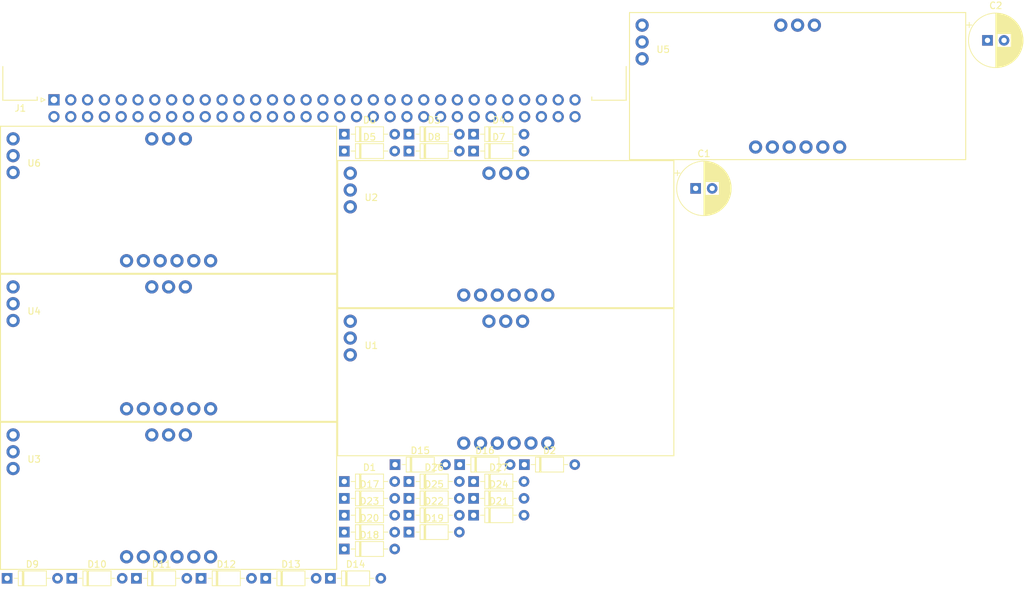
<source format=kicad_pcb>
(kicad_pcb (version 20171130) (host pcbnew "(5.0.0)")

  (general
    (thickness 1.6)
    (drawings 0)
    (tracks 0)
    (zones 0)
    (modules 36)
    (nets 49)
  )

  (page A4)
  (layers
    (0 F.Cu signal)
    (31 B.Cu signal)
    (32 B.Adhes user)
    (33 F.Adhes user)
    (34 B.Paste user)
    (35 F.Paste user)
    (36 B.SilkS user)
    (37 F.SilkS user)
    (38 B.Mask user)
    (39 F.Mask user)
    (40 Dwgs.User user)
    (41 Cmts.User user)
    (42 Eco1.User user)
    (43 Eco2.User user)
    (44 Edge.Cuts user)
    (45 Margin user)
    (46 B.CrtYd user)
    (47 F.CrtYd user)
    (48 B.Fab user)
    (49 F.Fab user)
  )

  (setup
    (last_trace_width 0.25)
    (trace_clearance 0.2)
    (zone_clearance 0.508)
    (zone_45_only no)
    (trace_min 0.2)
    (segment_width 0.2)
    (edge_width 0.1)
    (via_size 0.8)
    (via_drill 0.4)
    (via_min_size 0.4)
    (via_min_drill 0.3)
    (uvia_size 0.3)
    (uvia_drill 0.1)
    (uvias_allowed no)
    (uvia_min_size 0.2)
    (uvia_min_drill 0.1)
    (pcb_text_width 0.3)
    (pcb_text_size 1.5 1.5)
    (mod_edge_width 0.15)
    (mod_text_size 1 1)
    (mod_text_width 0.15)
    (pad_size 1.5 1.5)
    (pad_drill 0.6)
    (pad_to_mask_clearance 0)
    (aux_axis_origin 0 0)
    (visible_elements FFFFFF7F)
    (pcbplotparams
      (layerselection 0x010fc_ffffffff)
      (usegerberextensions false)
      (usegerberattributes false)
      (usegerberadvancedattributes false)
      (creategerberjobfile false)
      (excludeedgelayer true)
      (linewidth 0.100000)
      (plotframeref false)
      (viasonmask false)
      (mode 1)
      (useauxorigin false)
      (hpglpennumber 1)
      (hpglpenspeed 20)
      (hpglpendiameter 15.000000)
      (psnegative false)
      (psa4output false)
      (plotreference true)
      (plotvalue true)
      (plotinvisibletext false)
      (padsonsilk false)
      (subtractmaskfromsilk false)
      (outputformat 1)
      (mirror false)
      (drillshape 1)
      (scaleselection 1)
      (outputdirectory ""))
  )

  (net 0 "")
  (net 1 Neg6v)
  (net 2 GND)
  (net 3 6v)
  (net 4 II1m)
  (net 5 2)
  (net 6 4)
  (net 7 II3m)
  (net 8 II4m)
  (net 9 II5m)
  (net 10 II6m)
  (net 11 II7m)
  (net 12 II8m)
  (net 13 II9m)
  (net 14 II10m)
  (net 15 II11m)
  (net 16 II12m)
  (net 17 II13m)
  (net 18 II14m)
  (net 19 II15m)
  (net 20 II16m)
  (net 21 II17m)
  (net 22 II18m)
  (net 23 J3-')
  (net 24 J1')
  (net 25 IIS)
  (net 26 IIG-)
  (net 27 J2-')
  (net 28 J3')
  (net 29 J4-)
  (net 30 J5)
  (net 31 J6)
  (net 32 J7)
  (net 33 J8)
  (net 34 J9)
  (net 35 J10)
  (net 36 J11)
  (net 37 J12)
  (net 38 J13)
  (net 39 J14-)
  (net 40 J15-)
  (net 41 IIG)
  (net 42 J16-)
  (net 43 "Net-(U1-Pad1)")
  (net 44 "Net-(U2-Pad13)")
  (net 45 U3GND)
  (net 46 "Net-(U4-Pad13)")
  (net 47 "Net-(U4-Pad11)")
  (net 48 "Net-(U5-Pad11)")

  (net_class Default "This is the default net class."
    (clearance 0.2)
    (trace_width 0.25)
    (via_dia 0.8)
    (via_drill 0.4)
    (uvia_dia 0.3)
    (uvia_drill 0.1)
    (add_net 2)
    (add_net 4)
    (add_net 6v)
    (add_net GND)
    (add_net II10m)
    (add_net II11m)
    (add_net II12m)
    (add_net II13m)
    (add_net II14m)
    (add_net II15m)
    (add_net II16m)
    (add_net II17m)
    (add_net II18m)
    (add_net II1m)
    (add_net II3m)
    (add_net II4m)
    (add_net II5m)
    (add_net II6m)
    (add_net II7m)
    (add_net II8m)
    (add_net II9m)
    (add_net IIG)
    (add_net IIG-)
    (add_net IIS)
    (add_net J1')
    (add_net J10)
    (add_net J11)
    (add_net J12)
    (add_net J13)
    (add_net J14-)
    (add_net J15-)
    (add_net J16-)
    (add_net J2-')
    (add_net J3')
    (add_net J3-')
    (add_net J4-)
    (add_net J5)
    (add_net J6)
    (add_net J7)
    (add_net J8)
    (add_net J9)
    (add_net Neg6v)
    (add_net "Net-(U1-Pad1)")
    (add_net "Net-(U2-Pad13)")
    (add_net "Net-(U4-Pad11)")
    (add_net "Net-(U4-Pad13)")
    (add_net "Net-(U5-Pad11)")
    (add_net U3GND)
  )

  (module Capacitor_THT:CP_Radial_D8.0mm_P2.50mm (layer F.Cu) (tedit 5AE50EF0) (tstamp 5CC63A60)
    (at 198.655199 72.619001)
    (descr "CP, Radial series, Radial, pin pitch=2.50mm, , diameter=8mm, Electrolytic Capacitor")
    (tags "CP Radial series Radial pin pitch 2.50mm  diameter 8mm Electrolytic Capacitor")
    (path /5C675B1B)
    (fp_text reference C1 (at 1.25 -5.25) (layer F.SilkS)
      (effects (font (size 1 1) (thickness 0.15)))
    )
    (fp_text value 6u8 (at 1.25 5.25) (layer F.Fab)
      (effects (font (size 1 1) (thickness 0.15)))
    )
    (fp_text user %R (at 1.25 0) (layer F.Fab)
      (effects (font (size 1 1) (thickness 0.15)))
    )
    (fp_line (start -2.759698 -2.715) (end -2.759698 -1.915) (layer F.SilkS) (width 0.12))
    (fp_line (start -3.159698 -2.315) (end -2.359698 -2.315) (layer F.SilkS) (width 0.12))
    (fp_line (start 5.331 -0.533) (end 5.331 0.533) (layer F.SilkS) (width 0.12))
    (fp_line (start 5.291 -0.768) (end 5.291 0.768) (layer F.SilkS) (width 0.12))
    (fp_line (start 5.251 -0.948) (end 5.251 0.948) (layer F.SilkS) (width 0.12))
    (fp_line (start 5.211 -1.098) (end 5.211 1.098) (layer F.SilkS) (width 0.12))
    (fp_line (start 5.171 -1.229) (end 5.171 1.229) (layer F.SilkS) (width 0.12))
    (fp_line (start 5.131 -1.346) (end 5.131 1.346) (layer F.SilkS) (width 0.12))
    (fp_line (start 5.091 -1.453) (end 5.091 1.453) (layer F.SilkS) (width 0.12))
    (fp_line (start 5.051 -1.552) (end 5.051 1.552) (layer F.SilkS) (width 0.12))
    (fp_line (start 5.011 -1.645) (end 5.011 1.645) (layer F.SilkS) (width 0.12))
    (fp_line (start 4.971 -1.731) (end 4.971 1.731) (layer F.SilkS) (width 0.12))
    (fp_line (start 4.931 -1.813) (end 4.931 1.813) (layer F.SilkS) (width 0.12))
    (fp_line (start 4.891 -1.89) (end 4.891 1.89) (layer F.SilkS) (width 0.12))
    (fp_line (start 4.851 -1.964) (end 4.851 1.964) (layer F.SilkS) (width 0.12))
    (fp_line (start 4.811 -2.034) (end 4.811 2.034) (layer F.SilkS) (width 0.12))
    (fp_line (start 4.771 -2.102) (end 4.771 2.102) (layer F.SilkS) (width 0.12))
    (fp_line (start 4.731 -2.166) (end 4.731 2.166) (layer F.SilkS) (width 0.12))
    (fp_line (start 4.691 -2.228) (end 4.691 2.228) (layer F.SilkS) (width 0.12))
    (fp_line (start 4.651 -2.287) (end 4.651 2.287) (layer F.SilkS) (width 0.12))
    (fp_line (start 4.611 -2.345) (end 4.611 2.345) (layer F.SilkS) (width 0.12))
    (fp_line (start 4.571 -2.4) (end 4.571 2.4) (layer F.SilkS) (width 0.12))
    (fp_line (start 4.531 -2.454) (end 4.531 2.454) (layer F.SilkS) (width 0.12))
    (fp_line (start 4.491 -2.505) (end 4.491 2.505) (layer F.SilkS) (width 0.12))
    (fp_line (start 4.451 -2.556) (end 4.451 2.556) (layer F.SilkS) (width 0.12))
    (fp_line (start 4.411 -2.604) (end 4.411 2.604) (layer F.SilkS) (width 0.12))
    (fp_line (start 4.371 -2.651) (end 4.371 2.651) (layer F.SilkS) (width 0.12))
    (fp_line (start 4.331 -2.697) (end 4.331 2.697) (layer F.SilkS) (width 0.12))
    (fp_line (start 4.291 -2.741) (end 4.291 2.741) (layer F.SilkS) (width 0.12))
    (fp_line (start 4.251 -2.784) (end 4.251 2.784) (layer F.SilkS) (width 0.12))
    (fp_line (start 4.211 -2.826) (end 4.211 2.826) (layer F.SilkS) (width 0.12))
    (fp_line (start 4.171 -2.867) (end 4.171 2.867) (layer F.SilkS) (width 0.12))
    (fp_line (start 4.131 -2.907) (end 4.131 2.907) (layer F.SilkS) (width 0.12))
    (fp_line (start 4.091 -2.945) (end 4.091 2.945) (layer F.SilkS) (width 0.12))
    (fp_line (start 4.051 -2.983) (end 4.051 2.983) (layer F.SilkS) (width 0.12))
    (fp_line (start 4.011 -3.019) (end 4.011 3.019) (layer F.SilkS) (width 0.12))
    (fp_line (start 3.971 -3.055) (end 3.971 3.055) (layer F.SilkS) (width 0.12))
    (fp_line (start 3.931 -3.09) (end 3.931 3.09) (layer F.SilkS) (width 0.12))
    (fp_line (start 3.891 -3.124) (end 3.891 3.124) (layer F.SilkS) (width 0.12))
    (fp_line (start 3.851 -3.156) (end 3.851 3.156) (layer F.SilkS) (width 0.12))
    (fp_line (start 3.811 -3.189) (end 3.811 3.189) (layer F.SilkS) (width 0.12))
    (fp_line (start 3.771 -3.22) (end 3.771 3.22) (layer F.SilkS) (width 0.12))
    (fp_line (start 3.731 -3.25) (end 3.731 3.25) (layer F.SilkS) (width 0.12))
    (fp_line (start 3.691 -3.28) (end 3.691 3.28) (layer F.SilkS) (width 0.12))
    (fp_line (start 3.651 -3.309) (end 3.651 3.309) (layer F.SilkS) (width 0.12))
    (fp_line (start 3.611 -3.338) (end 3.611 3.338) (layer F.SilkS) (width 0.12))
    (fp_line (start 3.571 -3.365) (end 3.571 3.365) (layer F.SilkS) (width 0.12))
    (fp_line (start 3.531 1.04) (end 3.531 3.392) (layer F.SilkS) (width 0.12))
    (fp_line (start 3.531 -3.392) (end 3.531 -1.04) (layer F.SilkS) (width 0.12))
    (fp_line (start 3.491 1.04) (end 3.491 3.418) (layer F.SilkS) (width 0.12))
    (fp_line (start 3.491 -3.418) (end 3.491 -1.04) (layer F.SilkS) (width 0.12))
    (fp_line (start 3.451 1.04) (end 3.451 3.444) (layer F.SilkS) (width 0.12))
    (fp_line (start 3.451 -3.444) (end 3.451 -1.04) (layer F.SilkS) (width 0.12))
    (fp_line (start 3.411 1.04) (end 3.411 3.469) (layer F.SilkS) (width 0.12))
    (fp_line (start 3.411 -3.469) (end 3.411 -1.04) (layer F.SilkS) (width 0.12))
    (fp_line (start 3.371 1.04) (end 3.371 3.493) (layer F.SilkS) (width 0.12))
    (fp_line (start 3.371 -3.493) (end 3.371 -1.04) (layer F.SilkS) (width 0.12))
    (fp_line (start 3.331 1.04) (end 3.331 3.517) (layer F.SilkS) (width 0.12))
    (fp_line (start 3.331 -3.517) (end 3.331 -1.04) (layer F.SilkS) (width 0.12))
    (fp_line (start 3.291 1.04) (end 3.291 3.54) (layer F.SilkS) (width 0.12))
    (fp_line (start 3.291 -3.54) (end 3.291 -1.04) (layer F.SilkS) (width 0.12))
    (fp_line (start 3.251 1.04) (end 3.251 3.562) (layer F.SilkS) (width 0.12))
    (fp_line (start 3.251 -3.562) (end 3.251 -1.04) (layer F.SilkS) (width 0.12))
    (fp_line (start 3.211 1.04) (end 3.211 3.584) (layer F.SilkS) (width 0.12))
    (fp_line (start 3.211 -3.584) (end 3.211 -1.04) (layer F.SilkS) (width 0.12))
    (fp_line (start 3.171 1.04) (end 3.171 3.606) (layer F.SilkS) (width 0.12))
    (fp_line (start 3.171 -3.606) (end 3.171 -1.04) (layer F.SilkS) (width 0.12))
    (fp_line (start 3.131 1.04) (end 3.131 3.627) (layer F.SilkS) (width 0.12))
    (fp_line (start 3.131 -3.627) (end 3.131 -1.04) (layer F.SilkS) (width 0.12))
    (fp_line (start 3.091 1.04) (end 3.091 3.647) (layer F.SilkS) (width 0.12))
    (fp_line (start 3.091 -3.647) (end 3.091 -1.04) (layer F.SilkS) (width 0.12))
    (fp_line (start 3.051 1.04) (end 3.051 3.666) (layer F.SilkS) (width 0.12))
    (fp_line (start 3.051 -3.666) (end 3.051 -1.04) (layer F.SilkS) (width 0.12))
    (fp_line (start 3.011 1.04) (end 3.011 3.686) (layer F.SilkS) (width 0.12))
    (fp_line (start 3.011 -3.686) (end 3.011 -1.04) (layer F.SilkS) (width 0.12))
    (fp_line (start 2.971 1.04) (end 2.971 3.704) (layer F.SilkS) (width 0.12))
    (fp_line (start 2.971 -3.704) (end 2.971 -1.04) (layer F.SilkS) (width 0.12))
    (fp_line (start 2.931 1.04) (end 2.931 3.722) (layer F.SilkS) (width 0.12))
    (fp_line (start 2.931 -3.722) (end 2.931 -1.04) (layer F.SilkS) (width 0.12))
    (fp_line (start 2.891 1.04) (end 2.891 3.74) (layer F.SilkS) (width 0.12))
    (fp_line (start 2.891 -3.74) (end 2.891 -1.04) (layer F.SilkS) (width 0.12))
    (fp_line (start 2.851 1.04) (end 2.851 3.757) (layer F.SilkS) (width 0.12))
    (fp_line (start 2.851 -3.757) (end 2.851 -1.04) (layer F.SilkS) (width 0.12))
    (fp_line (start 2.811 1.04) (end 2.811 3.774) (layer F.SilkS) (width 0.12))
    (fp_line (start 2.811 -3.774) (end 2.811 -1.04) (layer F.SilkS) (width 0.12))
    (fp_line (start 2.771 1.04) (end 2.771 3.79) (layer F.SilkS) (width 0.12))
    (fp_line (start 2.771 -3.79) (end 2.771 -1.04) (layer F.SilkS) (width 0.12))
    (fp_line (start 2.731 1.04) (end 2.731 3.805) (layer F.SilkS) (width 0.12))
    (fp_line (start 2.731 -3.805) (end 2.731 -1.04) (layer F.SilkS) (width 0.12))
    (fp_line (start 2.691 1.04) (end 2.691 3.821) (layer F.SilkS) (width 0.12))
    (fp_line (start 2.691 -3.821) (end 2.691 -1.04) (layer F.SilkS) (width 0.12))
    (fp_line (start 2.651 1.04) (end 2.651 3.835) (layer F.SilkS) (width 0.12))
    (fp_line (start 2.651 -3.835) (end 2.651 -1.04) (layer F.SilkS) (width 0.12))
    (fp_line (start 2.611 1.04) (end 2.611 3.85) (layer F.SilkS) (width 0.12))
    (fp_line (start 2.611 -3.85) (end 2.611 -1.04) (layer F.SilkS) (width 0.12))
    (fp_line (start 2.571 1.04) (end 2.571 3.863) (layer F.SilkS) (width 0.12))
    (fp_line (start 2.571 -3.863) (end 2.571 -1.04) (layer F.SilkS) (width 0.12))
    (fp_line (start 2.531 1.04) (end 2.531 3.877) (layer F.SilkS) (width 0.12))
    (fp_line (start 2.531 -3.877) (end 2.531 -1.04) (layer F.SilkS) (width 0.12))
    (fp_line (start 2.491 1.04) (end 2.491 3.889) (layer F.SilkS) (width 0.12))
    (fp_line (start 2.491 -3.889) (end 2.491 -1.04) (layer F.SilkS) (width 0.12))
    (fp_line (start 2.451 1.04) (end 2.451 3.902) (layer F.SilkS) (width 0.12))
    (fp_line (start 2.451 -3.902) (end 2.451 -1.04) (layer F.SilkS) (width 0.12))
    (fp_line (start 2.411 1.04) (end 2.411 3.914) (layer F.SilkS) (width 0.12))
    (fp_line (start 2.411 -3.914) (end 2.411 -1.04) (layer F.SilkS) (width 0.12))
    (fp_line (start 2.371 1.04) (end 2.371 3.925) (layer F.SilkS) (width 0.12))
    (fp_line (start 2.371 -3.925) (end 2.371 -1.04) (layer F.SilkS) (width 0.12))
    (fp_line (start 2.331 1.04) (end 2.331 3.936) (layer F.SilkS) (width 0.12))
    (fp_line (start 2.331 -3.936) (end 2.331 -1.04) (layer F.SilkS) (width 0.12))
    (fp_line (start 2.291 1.04) (end 2.291 3.947) (layer F.SilkS) (width 0.12))
    (fp_line (start 2.291 -3.947) (end 2.291 -1.04) (layer F.SilkS) (width 0.12))
    (fp_line (start 2.251 1.04) (end 2.251 3.957) (layer F.SilkS) (width 0.12))
    (fp_line (start 2.251 -3.957) (end 2.251 -1.04) (layer F.SilkS) (width 0.12))
    (fp_line (start 2.211 1.04) (end 2.211 3.967) (layer F.SilkS) (width 0.12))
    (fp_line (start 2.211 -3.967) (end 2.211 -1.04) (layer F.SilkS) (width 0.12))
    (fp_line (start 2.171 1.04) (end 2.171 3.976) (layer F.SilkS) (width 0.12))
    (fp_line (start 2.171 -3.976) (end 2.171 -1.04) (layer F.SilkS) (width 0.12))
    (fp_line (start 2.131 1.04) (end 2.131 3.985) (layer F.SilkS) (width 0.12))
    (fp_line (start 2.131 -3.985) (end 2.131 -1.04) (layer F.SilkS) (width 0.12))
    (fp_line (start 2.091 1.04) (end 2.091 3.994) (layer F.SilkS) (width 0.12))
    (fp_line (start 2.091 -3.994) (end 2.091 -1.04) (layer F.SilkS) (width 0.12))
    (fp_line (start 2.051 1.04) (end 2.051 4.002) (layer F.SilkS) (width 0.12))
    (fp_line (start 2.051 -4.002) (end 2.051 -1.04) (layer F.SilkS) (width 0.12))
    (fp_line (start 2.011 1.04) (end 2.011 4.01) (layer F.SilkS) (width 0.12))
    (fp_line (start 2.011 -4.01) (end 2.011 -1.04) (layer F.SilkS) (width 0.12))
    (fp_line (start 1.971 1.04) (end 1.971 4.017) (layer F.SilkS) (width 0.12))
    (fp_line (start 1.971 -4.017) (end 1.971 -1.04) (layer F.SilkS) (width 0.12))
    (fp_line (start 1.93 1.04) (end 1.93 4.024) (layer F.SilkS) (width 0.12))
    (fp_line (start 1.93 -4.024) (end 1.93 -1.04) (layer F.SilkS) (width 0.12))
    (fp_line (start 1.89 1.04) (end 1.89 4.03) (layer F.SilkS) (width 0.12))
    (fp_line (start 1.89 -4.03) (end 1.89 -1.04) (layer F.SilkS) (width 0.12))
    (fp_line (start 1.85 1.04) (end 1.85 4.037) (layer F.SilkS) (width 0.12))
    (fp_line (start 1.85 -4.037) (end 1.85 -1.04) (layer F.SilkS) (width 0.12))
    (fp_line (start 1.81 1.04) (end 1.81 4.042) (layer F.SilkS) (width 0.12))
    (fp_line (start 1.81 -4.042) (end 1.81 -1.04) (layer F.SilkS) (width 0.12))
    (fp_line (start 1.77 1.04) (end 1.77 4.048) (layer F.SilkS) (width 0.12))
    (fp_line (start 1.77 -4.048) (end 1.77 -1.04) (layer F.SilkS) (width 0.12))
    (fp_line (start 1.73 1.04) (end 1.73 4.052) (layer F.SilkS) (width 0.12))
    (fp_line (start 1.73 -4.052) (end 1.73 -1.04) (layer F.SilkS) (width 0.12))
    (fp_line (start 1.69 1.04) (end 1.69 4.057) (layer F.SilkS) (width 0.12))
    (fp_line (start 1.69 -4.057) (end 1.69 -1.04) (layer F.SilkS) (width 0.12))
    (fp_line (start 1.65 1.04) (end 1.65 4.061) (layer F.SilkS) (width 0.12))
    (fp_line (start 1.65 -4.061) (end 1.65 -1.04) (layer F.SilkS) (width 0.12))
    (fp_line (start 1.61 1.04) (end 1.61 4.065) (layer F.SilkS) (width 0.12))
    (fp_line (start 1.61 -4.065) (end 1.61 -1.04) (layer F.SilkS) (width 0.12))
    (fp_line (start 1.57 1.04) (end 1.57 4.068) (layer F.SilkS) (width 0.12))
    (fp_line (start 1.57 -4.068) (end 1.57 -1.04) (layer F.SilkS) (width 0.12))
    (fp_line (start 1.53 1.04) (end 1.53 4.071) (layer F.SilkS) (width 0.12))
    (fp_line (start 1.53 -4.071) (end 1.53 -1.04) (layer F.SilkS) (width 0.12))
    (fp_line (start 1.49 1.04) (end 1.49 4.074) (layer F.SilkS) (width 0.12))
    (fp_line (start 1.49 -4.074) (end 1.49 -1.04) (layer F.SilkS) (width 0.12))
    (fp_line (start 1.45 -4.076) (end 1.45 4.076) (layer F.SilkS) (width 0.12))
    (fp_line (start 1.41 -4.077) (end 1.41 4.077) (layer F.SilkS) (width 0.12))
    (fp_line (start 1.37 -4.079) (end 1.37 4.079) (layer F.SilkS) (width 0.12))
    (fp_line (start 1.33 -4.08) (end 1.33 4.08) (layer F.SilkS) (width 0.12))
    (fp_line (start 1.29 -4.08) (end 1.29 4.08) (layer F.SilkS) (width 0.12))
    (fp_line (start 1.25 -4.08) (end 1.25 4.08) (layer F.SilkS) (width 0.12))
    (fp_line (start -1.776759 -2.1475) (end -1.776759 -1.3475) (layer F.Fab) (width 0.1))
    (fp_line (start -2.176759 -1.7475) (end -1.376759 -1.7475) (layer F.Fab) (width 0.1))
    (fp_circle (center 1.25 0) (end 5.5 0) (layer F.CrtYd) (width 0.05))
    (fp_circle (center 1.25 0) (end 5.37 0) (layer F.SilkS) (width 0.12))
    (fp_circle (center 1.25 0) (end 5.25 0) (layer F.Fab) (width 0.1))
    (pad 2 thru_hole circle (at 2.5 0) (size 1.6 1.6) (drill 0.8) (layers *.Cu *.Mask)
      (net 1 Neg6v))
    (pad 1 thru_hole rect (at 0 0) (size 1.6 1.6) (drill 0.8) (layers *.Cu *.Mask)
      (net 2 GND))
    (model ${KISYS3DMOD}/Capacitor_THT.3dshapes/CP_Radial_D8.0mm_P2.50mm.wrl
      (at (xyz 0 0 0))
      (scale (xyz 1 1 1))
      (rotate (xyz 0 0 0))
    )
  )

  (module Capacitor_THT:CP_Radial_D8.0mm_P2.50mm (layer F.Cu) (tedit 5AE50EF0) (tstamp 5CC63B09)
    (at 242.755199 50.249001)
    (descr "CP, Radial series, Radial, pin pitch=2.50mm, , diameter=8mm, Electrolytic Capacitor")
    (tags "CP Radial series Radial pin pitch 2.50mm  diameter 8mm Electrolytic Capacitor")
    (path /5C649A15)
    (fp_text reference C2 (at 1.25 -5.25) (layer F.SilkS)
      (effects (font (size 1 1) (thickness 0.15)))
    )
    (fp_text value 6u8 (at 1.25 5.25) (layer F.Fab)
      (effects (font (size 1 1) (thickness 0.15)))
    )
    (fp_circle (center 1.25 0) (end 5.25 0) (layer F.Fab) (width 0.1))
    (fp_circle (center 1.25 0) (end 5.37 0) (layer F.SilkS) (width 0.12))
    (fp_circle (center 1.25 0) (end 5.5 0) (layer F.CrtYd) (width 0.05))
    (fp_line (start -2.176759 -1.7475) (end -1.376759 -1.7475) (layer F.Fab) (width 0.1))
    (fp_line (start -1.776759 -2.1475) (end -1.776759 -1.3475) (layer F.Fab) (width 0.1))
    (fp_line (start 1.25 -4.08) (end 1.25 4.08) (layer F.SilkS) (width 0.12))
    (fp_line (start 1.29 -4.08) (end 1.29 4.08) (layer F.SilkS) (width 0.12))
    (fp_line (start 1.33 -4.08) (end 1.33 4.08) (layer F.SilkS) (width 0.12))
    (fp_line (start 1.37 -4.079) (end 1.37 4.079) (layer F.SilkS) (width 0.12))
    (fp_line (start 1.41 -4.077) (end 1.41 4.077) (layer F.SilkS) (width 0.12))
    (fp_line (start 1.45 -4.076) (end 1.45 4.076) (layer F.SilkS) (width 0.12))
    (fp_line (start 1.49 -4.074) (end 1.49 -1.04) (layer F.SilkS) (width 0.12))
    (fp_line (start 1.49 1.04) (end 1.49 4.074) (layer F.SilkS) (width 0.12))
    (fp_line (start 1.53 -4.071) (end 1.53 -1.04) (layer F.SilkS) (width 0.12))
    (fp_line (start 1.53 1.04) (end 1.53 4.071) (layer F.SilkS) (width 0.12))
    (fp_line (start 1.57 -4.068) (end 1.57 -1.04) (layer F.SilkS) (width 0.12))
    (fp_line (start 1.57 1.04) (end 1.57 4.068) (layer F.SilkS) (width 0.12))
    (fp_line (start 1.61 -4.065) (end 1.61 -1.04) (layer F.SilkS) (width 0.12))
    (fp_line (start 1.61 1.04) (end 1.61 4.065) (layer F.SilkS) (width 0.12))
    (fp_line (start 1.65 -4.061) (end 1.65 -1.04) (layer F.SilkS) (width 0.12))
    (fp_line (start 1.65 1.04) (end 1.65 4.061) (layer F.SilkS) (width 0.12))
    (fp_line (start 1.69 -4.057) (end 1.69 -1.04) (layer F.SilkS) (width 0.12))
    (fp_line (start 1.69 1.04) (end 1.69 4.057) (layer F.SilkS) (width 0.12))
    (fp_line (start 1.73 -4.052) (end 1.73 -1.04) (layer F.SilkS) (width 0.12))
    (fp_line (start 1.73 1.04) (end 1.73 4.052) (layer F.SilkS) (width 0.12))
    (fp_line (start 1.77 -4.048) (end 1.77 -1.04) (layer F.SilkS) (width 0.12))
    (fp_line (start 1.77 1.04) (end 1.77 4.048) (layer F.SilkS) (width 0.12))
    (fp_line (start 1.81 -4.042) (end 1.81 -1.04) (layer F.SilkS) (width 0.12))
    (fp_line (start 1.81 1.04) (end 1.81 4.042) (layer F.SilkS) (width 0.12))
    (fp_line (start 1.85 -4.037) (end 1.85 -1.04) (layer F.SilkS) (width 0.12))
    (fp_line (start 1.85 1.04) (end 1.85 4.037) (layer F.SilkS) (width 0.12))
    (fp_line (start 1.89 -4.03) (end 1.89 -1.04) (layer F.SilkS) (width 0.12))
    (fp_line (start 1.89 1.04) (end 1.89 4.03) (layer F.SilkS) (width 0.12))
    (fp_line (start 1.93 -4.024) (end 1.93 -1.04) (layer F.SilkS) (width 0.12))
    (fp_line (start 1.93 1.04) (end 1.93 4.024) (layer F.SilkS) (width 0.12))
    (fp_line (start 1.971 -4.017) (end 1.971 -1.04) (layer F.SilkS) (width 0.12))
    (fp_line (start 1.971 1.04) (end 1.971 4.017) (layer F.SilkS) (width 0.12))
    (fp_line (start 2.011 -4.01) (end 2.011 -1.04) (layer F.SilkS) (width 0.12))
    (fp_line (start 2.011 1.04) (end 2.011 4.01) (layer F.SilkS) (width 0.12))
    (fp_line (start 2.051 -4.002) (end 2.051 -1.04) (layer F.SilkS) (width 0.12))
    (fp_line (start 2.051 1.04) (end 2.051 4.002) (layer F.SilkS) (width 0.12))
    (fp_line (start 2.091 -3.994) (end 2.091 -1.04) (layer F.SilkS) (width 0.12))
    (fp_line (start 2.091 1.04) (end 2.091 3.994) (layer F.SilkS) (width 0.12))
    (fp_line (start 2.131 -3.985) (end 2.131 -1.04) (layer F.SilkS) (width 0.12))
    (fp_line (start 2.131 1.04) (end 2.131 3.985) (layer F.SilkS) (width 0.12))
    (fp_line (start 2.171 -3.976) (end 2.171 -1.04) (layer F.SilkS) (width 0.12))
    (fp_line (start 2.171 1.04) (end 2.171 3.976) (layer F.SilkS) (width 0.12))
    (fp_line (start 2.211 -3.967) (end 2.211 -1.04) (layer F.SilkS) (width 0.12))
    (fp_line (start 2.211 1.04) (end 2.211 3.967) (layer F.SilkS) (width 0.12))
    (fp_line (start 2.251 -3.957) (end 2.251 -1.04) (layer F.SilkS) (width 0.12))
    (fp_line (start 2.251 1.04) (end 2.251 3.957) (layer F.SilkS) (width 0.12))
    (fp_line (start 2.291 -3.947) (end 2.291 -1.04) (layer F.SilkS) (width 0.12))
    (fp_line (start 2.291 1.04) (end 2.291 3.947) (layer F.SilkS) (width 0.12))
    (fp_line (start 2.331 -3.936) (end 2.331 -1.04) (layer F.SilkS) (width 0.12))
    (fp_line (start 2.331 1.04) (end 2.331 3.936) (layer F.SilkS) (width 0.12))
    (fp_line (start 2.371 -3.925) (end 2.371 -1.04) (layer F.SilkS) (width 0.12))
    (fp_line (start 2.371 1.04) (end 2.371 3.925) (layer F.SilkS) (width 0.12))
    (fp_line (start 2.411 -3.914) (end 2.411 -1.04) (layer F.SilkS) (width 0.12))
    (fp_line (start 2.411 1.04) (end 2.411 3.914) (layer F.SilkS) (width 0.12))
    (fp_line (start 2.451 -3.902) (end 2.451 -1.04) (layer F.SilkS) (width 0.12))
    (fp_line (start 2.451 1.04) (end 2.451 3.902) (layer F.SilkS) (width 0.12))
    (fp_line (start 2.491 -3.889) (end 2.491 -1.04) (layer F.SilkS) (width 0.12))
    (fp_line (start 2.491 1.04) (end 2.491 3.889) (layer F.SilkS) (width 0.12))
    (fp_line (start 2.531 -3.877) (end 2.531 -1.04) (layer F.SilkS) (width 0.12))
    (fp_line (start 2.531 1.04) (end 2.531 3.877) (layer F.SilkS) (width 0.12))
    (fp_line (start 2.571 -3.863) (end 2.571 -1.04) (layer F.SilkS) (width 0.12))
    (fp_line (start 2.571 1.04) (end 2.571 3.863) (layer F.SilkS) (width 0.12))
    (fp_line (start 2.611 -3.85) (end 2.611 -1.04) (layer F.SilkS) (width 0.12))
    (fp_line (start 2.611 1.04) (end 2.611 3.85) (layer F.SilkS) (width 0.12))
    (fp_line (start 2.651 -3.835) (end 2.651 -1.04) (layer F.SilkS) (width 0.12))
    (fp_line (start 2.651 1.04) (end 2.651 3.835) (layer F.SilkS) (width 0.12))
    (fp_line (start 2.691 -3.821) (end 2.691 -1.04) (layer F.SilkS) (width 0.12))
    (fp_line (start 2.691 1.04) (end 2.691 3.821) (layer F.SilkS) (width 0.12))
    (fp_line (start 2.731 -3.805) (end 2.731 -1.04) (layer F.SilkS) (width 0.12))
    (fp_line (start 2.731 1.04) (end 2.731 3.805) (layer F.SilkS) (width 0.12))
    (fp_line (start 2.771 -3.79) (end 2.771 -1.04) (layer F.SilkS) (width 0.12))
    (fp_line (start 2.771 1.04) (end 2.771 3.79) (layer F.SilkS) (width 0.12))
    (fp_line (start 2.811 -3.774) (end 2.811 -1.04) (layer F.SilkS) (width 0.12))
    (fp_line (start 2.811 1.04) (end 2.811 3.774) (layer F.SilkS) (width 0.12))
    (fp_line (start 2.851 -3.757) (end 2.851 -1.04) (layer F.SilkS) (width 0.12))
    (fp_line (start 2.851 1.04) (end 2.851 3.757) (layer F.SilkS) (width 0.12))
    (fp_line (start 2.891 -3.74) (end 2.891 -1.04) (layer F.SilkS) (width 0.12))
    (fp_line (start 2.891 1.04) (end 2.891 3.74) (layer F.SilkS) (width 0.12))
    (fp_line (start 2.931 -3.722) (end 2.931 -1.04) (layer F.SilkS) (width 0.12))
    (fp_line (start 2.931 1.04) (end 2.931 3.722) (layer F.SilkS) (width 0.12))
    (fp_line (start 2.971 -3.704) (end 2.971 -1.04) (layer F.SilkS) (width 0.12))
    (fp_line (start 2.971 1.04) (end 2.971 3.704) (layer F.SilkS) (width 0.12))
    (fp_line (start 3.011 -3.686) (end 3.011 -1.04) (layer F.SilkS) (width 0.12))
    (fp_line (start 3.011 1.04) (end 3.011 3.686) (layer F.SilkS) (width 0.12))
    (fp_line (start 3.051 -3.666) (end 3.051 -1.04) (layer F.SilkS) (width 0.12))
    (fp_line (start 3.051 1.04) (end 3.051 3.666) (layer F.SilkS) (width 0.12))
    (fp_line (start 3.091 -3.647) (end 3.091 -1.04) (layer F.SilkS) (width 0.12))
    (fp_line (start 3.091 1.04) (end 3.091 3.647) (layer F.SilkS) (width 0.12))
    (fp_line (start 3.131 -3.627) (end 3.131 -1.04) (layer F.SilkS) (width 0.12))
    (fp_line (start 3.131 1.04) (end 3.131 3.627) (layer F.SilkS) (width 0.12))
    (fp_line (start 3.171 -3.606) (end 3.171 -1.04) (layer F.SilkS) (width 0.12))
    (fp_line (start 3.171 1.04) (end 3.171 3.606) (layer F.SilkS) (width 0.12))
    (fp_line (start 3.211 -3.584) (end 3.211 -1.04) (layer F.SilkS) (width 0.12))
    (fp_line (start 3.211 1.04) (end 3.211 3.584) (layer F.SilkS) (width 0.12))
    (fp_line (start 3.251 -3.562) (end 3.251 -1.04) (layer F.SilkS) (width 0.12))
    (fp_line (start 3.251 1.04) (end 3.251 3.562) (layer F.SilkS) (width 0.12))
    (fp_line (start 3.291 -3.54) (end 3.291 -1.04) (layer F.SilkS) (width 0.12))
    (fp_line (start 3.291 1.04) (end 3.291 3.54) (layer F.SilkS) (width 0.12))
    (fp_line (start 3.331 -3.517) (end 3.331 -1.04) (layer F.SilkS) (width 0.12))
    (fp_line (start 3.331 1.04) (end 3.331 3.517) (layer F.SilkS) (width 0.12))
    (fp_line (start 3.371 -3.493) (end 3.371 -1.04) (layer F.SilkS) (width 0.12))
    (fp_line (start 3.371 1.04) (end 3.371 3.493) (layer F.SilkS) (width 0.12))
    (fp_line (start 3.411 -3.469) (end 3.411 -1.04) (layer F.SilkS) (width 0.12))
    (fp_line (start 3.411 1.04) (end 3.411 3.469) (layer F.SilkS) (width 0.12))
    (fp_line (start 3.451 -3.444) (end 3.451 -1.04) (layer F.SilkS) (width 0.12))
    (fp_line (start 3.451 1.04) (end 3.451 3.444) (layer F.SilkS) (width 0.12))
    (fp_line (start 3.491 -3.418) (end 3.491 -1.04) (layer F.SilkS) (width 0.12))
    (fp_line (start 3.491 1.04) (end 3.491 3.418) (layer F.SilkS) (width 0.12))
    (fp_line (start 3.531 -3.392) (end 3.531 -1.04) (layer F.SilkS) (width 0.12))
    (fp_line (start 3.531 1.04) (end 3.531 3.392) (layer F.SilkS) (width 0.12))
    (fp_line (start 3.571 -3.365) (end 3.571 3.365) (layer F.SilkS) (width 0.12))
    (fp_line (start 3.611 -3.338) (end 3.611 3.338) (layer F.SilkS) (width 0.12))
    (fp_line (start 3.651 -3.309) (end 3.651 3.309) (layer F.SilkS) (width 0.12))
    (fp_line (start 3.691 -3.28) (end 3.691 3.28) (layer F.SilkS) (width 0.12))
    (fp_line (start 3.731 -3.25) (end 3.731 3.25) (layer F.SilkS) (width 0.12))
    (fp_line (start 3.771 -3.22) (end 3.771 3.22) (layer F.SilkS) (width 0.12))
    (fp_line (start 3.811 -3.189) (end 3.811 3.189) (layer F.SilkS) (width 0.12))
    (fp_line (start 3.851 -3.156) (end 3.851 3.156) (layer F.SilkS) (width 0.12))
    (fp_line (start 3.891 -3.124) (end 3.891 3.124) (layer F.SilkS) (width 0.12))
    (fp_line (start 3.931 -3.09) (end 3.931 3.09) (layer F.SilkS) (width 0.12))
    (fp_line (start 3.971 -3.055) (end 3.971 3.055) (layer F.SilkS) (width 0.12))
    (fp_line (start 4.011 -3.019) (end 4.011 3.019) (layer F.SilkS) (width 0.12))
    (fp_line (start 4.051 -2.983) (end 4.051 2.983) (layer F.SilkS) (width 0.12))
    (fp_line (start 4.091 -2.945) (end 4.091 2.945) (layer F.SilkS) (width 0.12))
    (fp_line (start 4.131 -2.907) (end 4.131 2.907) (layer F.SilkS) (width 0.12))
    (fp_line (start 4.171 -2.867) (end 4.171 2.867) (layer F.SilkS) (width 0.12))
    (fp_line (start 4.211 -2.826) (end 4.211 2.826) (layer F.SilkS) (width 0.12))
    (fp_line (start 4.251 -2.784) (end 4.251 2.784) (layer F.SilkS) (width 0.12))
    (fp_line (start 4.291 -2.741) (end 4.291 2.741) (layer F.SilkS) (width 0.12))
    (fp_line (start 4.331 -2.697) (end 4.331 2.697) (layer F.SilkS) (width 0.12))
    (fp_line (start 4.371 -2.651) (end 4.371 2.651) (layer F.SilkS) (width 0.12))
    (fp_line (start 4.411 -2.604) (end 4.411 2.604) (layer F.SilkS) (width 0.12))
    (fp_line (start 4.451 -2.556) (end 4.451 2.556) (layer F.SilkS) (width 0.12))
    (fp_line (start 4.491 -2.505) (end 4.491 2.505) (layer F.SilkS) (width 0.12))
    (fp_line (start 4.531 -2.454) (end 4.531 2.454) (layer F.SilkS) (width 0.12))
    (fp_line (start 4.571 -2.4) (end 4.571 2.4) (layer F.SilkS) (width 0.12))
    (fp_line (start 4.611 -2.345) (end 4.611 2.345) (layer F.SilkS) (width 0.12))
    (fp_line (start 4.651 -2.287) (end 4.651 2.287) (layer F.SilkS) (width 0.12))
    (fp_line (start 4.691 -2.228) (end 4.691 2.228) (layer F.SilkS) (width 0.12))
    (fp_line (start 4.731 -2.166) (end 4.731 2.166) (layer F.SilkS) (width 0.12))
    (fp_line (start 4.771 -2.102) (end 4.771 2.102) (layer F.SilkS) (width 0.12))
    (fp_line (start 4.811 -2.034) (end 4.811 2.034) (layer F.SilkS) (width 0.12))
    (fp_line (start 4.851 -1.964) (end 4.851 1.964) (layer F.SilkS) (width 0.12))
    (fp_line (start 4.891 -1.89) (end 4.891 1.89) (layer F.SilkS) (width 0.12))
    (fp_line (start 4.931 -1.813) (end 4.931 1.813) (layer F.SilkS) (width 0.12))
    (fp_line (start 4.971 -1.731) (end 4.971 1.731) (layer F.SilkS) (width 0.12))
    (fp_line (start 5.011 -1.645) (end 5.011 1.645) (layer F.SilkS) (width 0.12))
    (fp_line (start 5.051 -1.552) (end 5.051 1.552) (layer F.SilkS) (width 0.12))
    (fp_line (start 5.091 -1.453) (end 5.091 1.453) (layer F.SilkS) (width 0.12))
    (fp_line (start 5.131 -1.346) (end 5.131 1.346) (layer F.SilkS) (width 0.12))
    (fp_line (start 5.171 -1.229) (end 5.171 1.229) (layer F.SilkS) (width 0.12))
    (fp_line (start 5.211 -1.098) (end 5.211 1.098) (layer F.SilkS) (width 0.12))
    (fp_line (start 5.251 -0.948) (end 5.251 0.948) (layer F.SilkS) (width 0.12))
    (fp_line (start 5.291 -0.768) (end 5.291 0.768) (layer F.SilkS) (width 0.12))
    (fp_line (start 5.331 -0.533) (end 5.331 0.533) (layer F.SilkS) (width 0.12))
    (fp_line (start -3.159698 -2.315) (end -2.359698 -2.315) (layer F.SilkS) (width 0.12))
    (fp_line (start -2.759698 -2.715) (end -2.759698 -1.915) (layer F.SilkS) (width 0.12))
    (fp_text user %R (at 1.25 0) (layer F.Fab)
      (effects (font (size 1 1) (thickness 0.15)))
    )
    (pad 1 thru_hole rect (at 0 0) (size 1.6 1.6) (drill 0.8) (layers *.Cu *.Mask)
      (net 3 6v))
    (pad 2 thru_hole circle (at 2.5 0) (size 1.6 1.6) (drill 0.8) (layers *.Cu *.Mask)
      (net 2 GND))
    (model ${KISYS3DMOD}/Capacitor_THT.3dshapes/CP_Radial_D8.0mm_P2.50mm.wrl
      (at (xyz 0 0 0))
      (scale (xyz 1 1 1))
      (rotate (xyz 0 0 0))
    )
  )

  (module ELLIOTT:D_DO-35_SOD27_P7.62mm_Horizontal (layer F.Cu) (tedit 5B9AA396) (tstamp 5CC63B1F)
    (at 145.560501 116.909001)
    (descr "Diode, DO-35_SOD27 series, Axial, Horizontal, pin pitch=7.62mm, , length*diameter=4*2mm^2, , http://www.diodes.com/_files/packages/DO-35.pdf")
    (tags "Diode DO-35_SOD27 series Axial Horizontal pin pitch 7.62mm  length 4mm diameter 2mm")
    (path /5CC532FD)
    (fp_text reference D1 (at 3.81 -2.12) (layer F.SilkS)
      (effects (font (size 1 1) (thickness 0.15)))
    )
    (fp_text value D (at 3.81 2.12) (layer F.Fab)
      (effects (font (size 1 1) (thickness 0.15)))
    )
    (fp_line (start 8.67 -1.25) (end -1.05 -1.25) (layer F.CrtYd) (width 0.05))
    (fp_line (start 8.67 1.25) (end 8.67 -1.25) (layer F.CrtYd) (width 0.05))
    (fp_line (start -1.05 1.25) (end 8.67 1.25) (layer F.CrtYd) (width 0.05))
    (fp_line (start -1.05 -1.25) (end -1.05 1.25) (layer F.CrtYd) (width 0.05))
    (fp_line (start 2.29 -1.12) (end 2.29 1.12) (layer F.SilkS) (width 0.12))
    (fp_line (start 2.53 -1.12) (end 2.53 1.12) (layer F.SilkS) (width 0.12))
    (fp_line (start 2.41 -1.12) (end 2.41 1.12) (layer F.SilkS) (width 0.12))
    (fp_line (start 6.58 0) (end 5.93 0) (layer F.SilkS) (width 0.12))
    (fp_line (start 1.04 0) (end 1.69 0) (layer F.SilkS) (width 0.12))
    (fp_line (start 5.93 -1.12) (end 1.69 -1.12) (layer F.SilkS) (width 0.12))
    (fp_line (start 5.93 1.12) (end 5.93 -1.12) (layer F.SilkS) (width 0.12))
    (fp_line (start 1.69 1.12) (end 5.93 1.12) (layer F.SilkS) (width 0.12))
    (fp_line (start 1.69 -1.12) (end 1.69 1.12) (layer F.SilkS) (width 0.12))
    (fp_line (start 2.31 -1) (end 2.31 1) (layer F.Fab) (width 0.1))
    (fp_line (start 2.51 -1) (end 2.51 1) (layer F.Fab) (width 0.1))
    (fp_line (start 2.41 -1) (end 2.41 1) (layer F.Fab) (width 0.1))
    (pad 2 thru_hole oval (at 7.62 0) (size 1.6 1.6) (drill 0.8) (layers *.Cu *.Mask)
      (net 4 II1m))
    (pad 1 thru_hole rect (at 0 0) (size 1.6 1.6) (drill 0.8) (layers *.Cu *.Mask)
      (net 5 2))
    (model ${KISYS3DMOD}/Diode_THT.3dshapes/D_DO-35_SOD27_P7.62mm_Horizontal.wrl
      (at (xyz 0 0 0))
      (scale (xyz 1 1 1))
      (rotate (xyz 0 0 0))
    )
  )

  (module ELLIOTT:D_DO-35_SOD27_P7.62mm_Horizontal (layer F.Cu) (tedit 5B9AA396) (tstamp 5CC63B35)
    (at 172.770501 114.359001)
    (descr "Diode, DO-35_SOD27 series, Axial, Horizontal, pin pitch=7.62mm, , length*diameter=4*2mm^2, , http://www.diodes.com/_files/packages/DO-35.pdf")
    (tags "Diode DO-35_SOD27 series Axial Horizontal pin pitch 7.62mm  length 4mm diameter 2mm")
    (path /5CC6F944)
    (fp_text reference D2 (at 3.81 -2.12) (layer F.SilkS)
      (effects (font (size 1 1) (thickness 0.15)))
    )
    (fp_text value D (at 3.81 2.12) (layer F.Fab)
      (effects (font (size 1 1) (thickness 0.15)))
    )
    (fp_line (start 2.41 -1) (end 2.41 1) (layer F.Fab) (width 0.1))
    (fp_line (start 2.51 -1) (end 2.51 1) (layer F.Fab) (width 0.1))
    (fp_line (start 2.31 -1) (end 2.31 1) (layer F.Fab) (width 0.1))
    (fp_line (start 1.69 -1.12) (end 1.69 1.12) (layer F.SilkS) (width 0.12))
    (fp_line (start 1.69 1.12) (end 5.93 1.12) (layer F.SilkS) (width 0.12))
    (fp_line (start 5.93 1.12) (end 5.93 -1.12) (layer F.SilkS) (width 0.12))
    (fp_line (start 5.93 -1.12) (end 1.69 -1.12) (layer F.SilkS) (width 0.12))
    (fp_line (start 1.04 0) (end 1.69 0) (layer F.SilkS) (width 0.12))
    (fp_line (start 6.58 0) (end 5.93 0) (layer F.SilkS) (width 0.12))
    (fp_line (start 2.41 -1.12) (end 2.41 1.12) (layer F.SilkS) (width 0.12))
    (fp_line (start 2.53 -1.12) (end 2.53 1.12) (layer F.SilkS) (width 0.12))
    (fp_line (start 2.29 -1.12) (end 2.29 1.12) (layer F.SilkS) (width 0.12))
    (fp_line (start -1.05 -1.25) (end -1.05 1.25) (layer F.CrtYd) (width 0.05))
    (fp_line (start -1.05 1.25) (end 8.67 1.25) (layer F.CrtYd) (width 0.05))
    (fp_line (start 8.67 1.25) (end 8.67 -1.25) (layer F.CrtYd) (width 0.05))
    (fp_line (start 8.67 -1.25) (end -1.05 -1.25) (layer F.CrtYd) (width 0.05))
    (pad 1 thru_hole rect (at 0 0) (size 1.6 1.6) (drill 0.8) (layers *.Cu *.Mask)
      (net 6 4))
    (pad 2 thru_hole oval (at 7.62 0) (size 1.6 1.6) (drill 0.8) (layers *.Cu *.Mask)
      (net 7 II3m))
    (model ${KISYS3DMOD}/Diode_THT.3dshapes/D_DO-35_SOD27_P7.62mm_Horizontal.wrl
      (at (xyz 0 0 0))
      (scale (xyz 1 1 1))
      (rotate (xyz 0 0 0))
    )
  )

  (module ELLIOTT:D_DO-35_SOD27_P7.62mm_Horizontal (layer F.Cu) (tedit 5B9AA396) (tstamp 5CC63B4B)
    (at 155.330501 64.429001)
    (descr "Diode, DO-35_SOD27 series, Axial, Horizontal, pin pitch=7.62mm, , length*diameter=4*2mm^2, , http://www.diodes.com/_files/packages/DO-35.pdf")
    (tags "Diode DO-35_SOD27 series Axial Horizontal pin pitch 7.62mm  length 4mm diameter 2mm")
    (path /5CC53F59)
    (fp_text reference D3 (at 3.81 -2.12) (layer F.SilkS)
      (effects (font (size 1 1) (thickness 0.15)))
    )
    (fp_text value D (at 3.81 2.12) (layer F.Fab)
      (effects (font (size 1 1) (thickness 0.15)))
    )
    (fp_line (start 2.41 -1) (end 2.41 1) (layer F.Fab) (width 0.1))
    (fp_line (start 2.51 -1) (end 2.51 1) (layer F.Fab) (width 0.1))
    (fp_line (start 2.31 -1) (end 2.31 1) (layer F.Fab) (width 0.1))
    (fp_line (start 1.69 -1.12) (end 1.69 1.12) (layer F.SilkS) (width 0.12))
    (fp_line (start 1.69 1.12) (end 5.93 1.12) (layer F.SilkS) (width 0.12))
    (fp_line (start 5.93 1.12) (end 5.93 -1.12) (layer F.SilkS) (width 0.12))
    (fp_line (start 5.93 -1.12) (end 1.69 -1.12) (layer F.SilkS) (width 0.12))
    (fp_line (start 1.04 0) (end 1.69 0) (layer F.SilkS) (width 0.12))
    (fp_line (start 6.58 0) (end 5.93 0) (layer F.SilkS) (width 0.12))
    (fp_line (start 2.41 -1.12) (end 2.41 1.12) (layer F.SilkS) (width 0.12))
    (fp_line (start 2.53 -1.12) (end 2.53 1.12) (layer F.SilkS) (width 0.12))
    (fp_line (start 2.29 -1.12) (end 2.29 1.12) (layer F.SilkS) (width 0.12))
    (fp_line (start -1.05 -1.25) (end -1.05 1.25) (layer F.CrtYd) (width 0.05))
    (fp_line (start -1.05 1.25) (end 8.67 1.25) (layer F.CrtYd) (width 0.05))
    (fp_line (start 8.67 1.25) (end 8.67 -1.25) (layer F.CrtYd) (width 0.05))
    (fp_line (start 8.67 -1.25) (end -1.05 -1.25) (layer F.CrtYd) (width 0.05))
    (pad 1 thru_hole rect (at 0 0) (size 1.6 1.6) (drill 0.8) (layers *.Cu *.Mask)
      (net 5 2))
    (pad 2 thru_hole oval (at 7.62 0) (size 1.6 1.6) (drill 0.8) (layers *.Cu *.Mask)
      (net 7 II3m))
    (model ${KISYS3DMOD}/Diode_THT.3dshapes/D_DO-35_SOD27_P7.62mm_Horizontal.wrl
      (at (xyz 0 0 0))
      (scale (xyz 1 1 1))
      (rotate (xyz 0 0 0))
    )
  )

  (module ELLIOTT:D_DO-35_SOD27_P7.62mm_Horizontal (layer F.Cu) (tedit 5B9AA396) (tstamp 5CC63B61)
    (at 165.100501 64.429001)
    (descr "Diode, DO-35_SOD27 series, Axial, Horizontal, pin pitch=7.62mm, , length*diameter=4*2mm^2, , http://www.diodes.com/_files/packages/DO-35.pdf")
    (tags "Diode DO-35_SOD27 series Axial Horizontal pin pitch 7.62mm  length 4mm diameter 2mm")
    (path /5CC53FBD)
    (fp_text reference D4 (at 3.81 -2.12) (layer F.SilkS)
      (effects (font (size 1 1) (thickness 0.15)))
    )
    (fp_text value D (at 3.81 2.12) (layer F.Fab)
      (effects (font (size 1 1) (thickness 0.15)))
    )
    (fp_line (start 8.67 -1.25) (end -1.05 -1.25) (layer F.CrtYd) (width 0.05))
    (fp_line (start 8.67 1.25) (end 8.67 -1.25) (layer F.CrtYd) (width 0.05))
    (fp_line (start -1.05 1.25) (end 8.67 1.25) (layer F.CrtYd) (width 0.05))
    (fp_line (start -1.05 -1.25) (end -1.05 1.25) (layer F.CrtYd) (width 0.05))
    (fp_line (start 2.29 -1.12) (end 2.29 1.12) (layer F.SilkS) (width 0.12))
    (fp_line (start 2.53 -1.12) (end 2.53 1.12) (layer F.SilkS) (width 0.12))
    (fp_line (start 2.41 -1.12) (end 2.41 1.12) (layer F.SilkS) (width 0.12))
    (fp_line (start 6.58 0) (end 5.93 0) (layer F.SilkS) (width 0.12))
    (fp_line (start 1.04 0) (end 1.69 0) (layer F.SilkS) (width 0.12))
    (fp_line (start 5.93 -1.12) (end 1.69 -1.12) (layer F.SilkS) (width 0.12))
    (fp_line (start 5.93 1.12) (end 5.93 -1.12) (layer F.SilkS) (width 0.12))
    (fp_line (start 1.69 1.12) (end 5.93 1.12) (layer F.SilkS) (width 0.12))
    (fp_line (start 1.69 -1.12) (end 1.69 1.12) (layer F.SilkS) (width 0.12))
    (fp_line (start 2.31 -1) (end 2.31 1) (layer F.Fab) (width 0.1))
    (fp_line (start 2.51 -1) (end 2.51 1) (layer F.Fab) (width 0.1))
    (fp_line (start 2.41 -1) (end 2.41 1) (layer F.Fab) (width 0.1))
    (pad 2 thru_hole oval (at 7.62 0) (size 1.6 1.6) (drill 0.8) (layers *.Cu *.Mask)
      (net 8 II4m))
    (pad 1 thru_hole rect (at 0 0) (size 1.6 1.6) (drill 0.8) (layers *.Cu *.Mask)
      (net 5 2))
    (model ${KISYS3DMOD}/Diode_THT.3dshapes/D_DO-35_SOD27_P7.62mm_Horizontal.wrl
      (at (xyz 0 0 0))
      (scale (xyz 1 1 1))
      (rotate (xyz 0 0 0))
    )
  )

  (module ELLIOTT:D_DO-35_SOD27_P7.62mm_Horizontal (layer F.Cu) (tedit 5B9AA396) (tstamp 5CC63B77)
    (at 145.560501 66.979001)
    (descr "Diode, DO-35_SOD27 series, Axial, Horizontal, pin pitch=7.62mm, , length*diameter=4*2mm^2, , http://www.diodes.com/_files/packages/DO-35.pdf")
    (tags "Diode DO-35_SOD27 series Axial Horizontal pin pitch 7.62mm  length 4mm diameter 2mm")
    (path /5CC6F9CA)
    (fp_text reference D5 (at 3.81 -2.12) (layer F.SilkS)
      (effects (font (size 1 1) (thickness 0.15)))
    )
    (fp_text value D (at 3.81 2.12) (layer F.Fab)
      (effects (font (size 1 1) (thickness 0.15)))
    )
    (fp_line (start 8.67 -1.25) (end -1.05 -1.25) (layer F.CrtYd) (width 0.05))
    (fp_line (start 8.67 1.25) (end 8.67 -1.25) (layer F.CrtYd) (width 0.05))
    (fp_line (start -1.05 1.25) (end 8.67 1.25) (layer F.CrtYd) (width 0.05))
    (fp_line (start -1.05 -1.25) (end -1.05 1.25) (layer F.CrtYd) (width 0.05))
    (fp_line (start 2.29 -1.12) (end 2.29 1.12) (layer F.SilkS) (width 0.12))
    (fp_line (start 2.53 -1.12) (end 2.53 1.12) (layer F.SilkS) (width 0.12))
    (fp_line (start 2.41 -1.12) (end 2.41 1.12) (layer F.SilkS) (width 0.12))
    (fp_line (start 6.58 0) (end 5.93 0) (layer F.SilkS) (width 0.12))
    (fp_line (start 1.04 0) (end 1.69 0) (layer F.SilkS) (width 0.12))
    (fp_line (start 5.93 -1.12) (end 1.69 -1.12) (layer F.SilkS) (width 0.12))
    (fp_line (start 5.93 1.12) (end 5.93 -1.12) (layer F.SilkS) (width 0.12))
    (fp_line (start 1.69 1.12) (end 5.93 1.12) (layer F.SilkS) (width 0.12))
    (fp_line (start 1.69 -1.12) (end 1.69 1.12) (layer F.SilkS) (width 0.12))
    (fp_line (start 2.31 -1) (end 2.31 1) (layer F.Fab) (width 0.1))
    (fp_line (start 2.51 -1) (end 2.51 1) (layer F.Fab) (width 0.1))
    (fp_line (start 2.41 -1) (end 2.41 1) (layer F.Fab) (width 0.1))
    (pad 2 thru_hole oval (at 7.62 0) (size 1.6 1.6) (drill 0.8) (layers *.Cu *.Mask)
      (net 9 II5m))
    (pad 1 thru_hole rect (at 0 0) (size 1.6 1.6) (drill 0.8) (layers *.Cu *.Mask)
      (net 6 4))
    (model ${KISYS3DMOD}/Diode_THT.3dshapes/D_DO-35_SOD27_P7.62mm_Horizontal.wrl
      (at (xyz 0 0 0))
      (scale (xyz 1 1 1))
      (rotate (xyz 0 0 0))
    )
  )

  (module ELLIOTT:D_DO-35_SOD27_P7.62mm_Horizontal (layer F.Cu) (tedit 5B9AA396) (tstamp 5CC63B8D)
    (at 145.560501 64.429001)
    (descr "Diode, DO-35_SOD27 series, Axial, Horizontal, pin pitch=7.62mm, , length*diameter=4*2mm^2, , http://www.diodes.com/_files/packages/DO-35.pdf")
    (tags "Diode DO-35_SOD27 series Axial Horizontal pin pitch 7.62mm  length 4mm diameter 2mm")
    (path /5CC54003)
    (fp_text reference D6 (at 3.81 -2.12) (layer F.SilkS)
      (effects (font (size 1 1) (thickness 0.15)))
    )
    (fp_text value D (at 3.81 2.12) (layer F.Fab)
      (effects (font (size 1 1) (thickness 0.15)))
    )
    (fp_line (start 2.41 -1) (end 2.41 1) (layer F.Fab) (width 0.1))
    (fp_line (start 2.51 -1) (end 2.51 1) (layer F.Fab) (width 0.1))
    (fp_line (start 2.31 -1) (end 2.31 1) (layer F.Fab) (width 0.1))
    (fp_line (start 1.69 -1.12) (end 1.69 1.12) (layer F.SilkS) (width 0.12))
    (fp_line (start 1.69 1.12) (end 5.93 1.12) (layer F.SilkS) (width 0.12))
    (fp_line (start 5.93 1.12) (end 5.93 -1.12) (layer F.SilkS) (width 0.12))
    (fp_line (start 5.93 -1.12) (end 1.69 -1.12) (layer F.SilkS) (width 0.12))
    (fp_line (start 1.04 0) (end 1.69 0) (layer F.SilkS) (width 0.12))
    (fp_line (start 6.58 0) (end 5.93 0) (layer F.SilkS) (width 0.12))
    (fp_line (start 2.41 -1.12) (end 2.41 1.12) (layer F.SilkS) (width 0.12))
    (fp_line (start 2.53 -1.12) (end 2.53 1.12) (layer F.SilkS) (width 0.12))
    (fp_line (start 2.29 -1.12) (end 2.29 1.12) (layer F.SilkS) (width 0.12))
    (fp_line (start -1.05 -1.25) (end -1.05 1.25) (layer F.CrtYd) (width 0.05))
    (fp_line (start -1.05 1.25) (end 8.67 1.25) (layer F.CrtYd) (width 0.05))
    (fp_line (start 8.67 1.25) (end 8.67 -1.25) (layer F.CrtYd) (width 0.05))
    (fp_line (start 8.67 -1.25) (end -1.05 -1.25) (layer F.CrtYd) (width 0.05))
    (pad 1 thru_hole rect (at 0 0) (size 1.6 1.6) (drill 0.8) (layers *.Cu *.Mask)
      (net 5 2))
    (pad 2 thru_hole oval (at 7.62 0) (size 1.6 1.6) (drill 0.8) (layers *.Cu *.Mask)
      (net 9 II5m))
    (model ${KISYS3DMOD}/Diode_THT.3dshapes/D_DO-35_SOD27_P7.62mm_Horizontal.wrl
      (at (xyz 0 0 0))
      (scale (xyz 1 1 1))
      (rotate (xyz 0 0 0))
    )
  )

  (module ELLIOTT:D_DO-35_SOD27_P7.62mm_Horizontal (layer F.Cu) (tedit 5B9AA396) (tstamp 5CC63BA3)
    (at 165.100501 66.979001)
    (descr "Diode, DO-35_SOD27 series, Axial, Horizontal, pin pitch=7.62mm, , length*diameter=4*2mm^2, , http://www.diodes.com/_files/packages/DO-35.pdf")
    (tags "Diode DO-35_SOD27 series Axial Horizontal pin pitch 7.62mm  length 4mm diameter 2mm")
    (path /5CC6FA58)
    (fp_text reference D7 (at 3.81 -2.12) (layer F.SilkS)
      (effects (font (size 1 1) (thickness 0.15)))
    )
    (fp_text value D (at 3.81 2.12) (layer F.Fab)
      (effects (font (size 1 1) (thickness 0.15)))
    )
    (fp_line (start 2.41 -1) (end 2.41 1) (layer F.Fab) (width 0.1))
    (fp_line (start 2.51 -1) (end 2.51 1) (layer F.Fab) (width 0.1))
    (fp_line (start 2.31 -1) (end 2.31 1) (layer F.Fab) (width 0.1))
    (fp_line (start 1.69 -1.12) (end 1.69 1.12) (layer F.SilkS) (width 0.12))
    (fp_line (start 1.69 1.12) (end 5.93 1.12) (layer F.SilkS) (width 0.12))
    (fp_line (start 5.93 1.12) (end 5.93 -1.12) (layer F.SilkS) (width 0.12))
    (fp_line (start 5.93 -1.12) (end 1.69 -1.12) (layer F.SilkS) (width 0.12))
    (fp_line (start 1.04 0) (end 1.69 0) (layer F.SilkS) (width 0.12))
    (fp_line (start 6.58 0) (end 5.93 0) (layer F.SilkS) (width 0.12))
    (fp_line (start 2.41 -1.12) (end 2.41 1.12) (layer F.SilkS) (width 0.12))
    (fp_line (start 2.53 -1.12) (end 2.53 1.12) (layer F.SilkS) (width 0.12))
    (fp_line (start 2.29 -1.12) (end 2.29 1.12) (layer F.SilkS) (width 0.12))
    (fp_line (start -1.05 -1.25) (end -1.05 1.25) (layer F.CrtYd) (width 0.05))
    (fp_line (start -1.05 1.25) (end 8.67 1.25) (layer F.CrtYd) (width 0.05))
    (fp_line (start 8.67 1.25) (end 8.67 -1.25) (layer F.CrtYd) (width 0.05))
    (fp_line (start 8.67 -1.25) (end -1.05 -1.25) (layer F.CrtYd) (width 0.05))
    (pad 1 thru_hole rect (at 0 0) (size 1.6 1.6) (drill 0.8) (layers *.Cu *.Mask)
      (net 6 4))
    (pad 2 thru_hole oval (at 7.62 0) (size 1.6 1.6) (drill 0.8) (layers *.Cu *.Mask)
      (net 10 II6m))
    (model ${KISYS3DMOD}/Diode_THT.3dshapes/D_DO-35_SOD27_P7.62mm_Horizontal.wrl
      (at (xyz 0 0 0))
      (scale (xyz 1 1 1))
      (rotate (xyz 0 0 0))
    )
  )

  (module ELLIOTT:D_DO-35_SOD27_P7.62mm_Horizontal (layer F.Cu) (tedit 5B9AA396) (tstamp 5CC63BB9)
    (at 155.330501 66.979001)
    (descr "Diode, DO-35_SOD27 series, Axial, Horizontal, pin pitch=7.62mm, , length*diameter=4*2mm^2, , http://www.diodes.com/_files/packages/DO-35.pdf")
    (tags "Diode DO-35_SOD27 series Axial Horizontal pin pitch 7.62mm  length 4mm diameter 2mm")
    (path /5CC5404B)
    (fp_text reference D8 (at 3.81 -2.12) (layer F.SilkS)
      (effects (font (size 1 1) (thickness 0.15)))
    )
    (fp_text value D (at 3.81 2.12) (layer F.Fab)
      (effects (font (size 1 1) (thickness 0.15)))
    )
    (fp_line (start 8.67 -1.25) (end -1.05 -1.25) (layer F.CrtYd) (width 0.05))
    (fp_line (start 8.67 1.25) (end 8.67 -1.25) (layer F.CrtYd) (width 0.05))
    (fp_line (start -1.05 1.25) (end 8.67 1.25) (layer F.CrtYd) (width 0.05))
    (fp_line (start -1.05 -1.25) (end -1.05 1.25) (layer F.CrtYd) (width 0.05))
    (fp_line (start 2.29 -1.12) (end 2.29 1.12) (layer F.SilkS) (width 0.12))
    (fp_line (start 2.53 -1.12) (end 2.53 1.12) (layer F.SilkS) (width 0.12))
    (fp_line (start 2.41 -1.12) (end 2.41 1.12) (layer F.SilkS) (width 0.12))
    (fp_line (start 6.58 0) (end 5.93 0) (layer F.SilkS) (width 0.12))
    (fp_line (start 1.04 0) (end 1.69 0) (layer F.SilkS) (width 0.12))
    (fp_line (start 5.93 -1.12) (end 1.69 -1.12) (layer F.SilkS) (width 0.12))
    (fp_line (start 5.93 1.12) (end 5.93 -1.12) (layer F.SilkS) (width 0.12))
    (fp_line (start 1.69 1.12) (end 5.93 1.12) (layer F.SilkS) (width 0.12))
    (fp_line (start 1.69 -1.12) (end 1.69 1.12) (layer F.SilkS) (width 0.12))
    (fp_line (start 2.31 -1) (end 2.31 1) (layer F.Fab) (width 0.1))
    (fp_line (start 2.51 -1) (end 2.51 1) (layer F.Fab) (width 0.1))
    (fp_line (start 2.41 -1) (end 2.41 1) (layer F.Fab) (width 0.1))
    (pad 2 thru_hole oval (at 7.62 0) (size 1.6 1.6) (drill 0.8) (layers *.Cu *.Mask)
      (net 10 II6m))
    (pad 1 thru_hole rect (at 0 0) (size 1.6 1.6) (drill 0.8) (layers *.Cu *.Mask)
      (net 5 2))
    (model ${KISYS3DMOD}/Diode_THT.3dshapes/D_DO-35_SOD27_P7.62mm_Horizontal.wrl
      (at (xyz 0 0 0))
      (scale (xyz 1 1 1))
      (rotate (xyz 0 0 0))
    )
  )

  (module ELLIOTT:D_DO-35_SOD27_P7.62mm_Horizontal (layer F.Cu) (tedit 5B9AA396) (tstamp 5CC63BCF)
    (at 94.610501 131.539001)
    (descr "Diode, DO-35_SOD27 series, Axial, Horizontal, pin pitch=7.62mm, , length*diameter=4*2mm^2, , http://www.diodes.com/_files/packages/DO-35.pdf")
    (tags "Diode DO-35_SOD27 series Axial Horizontal pin pitch 7.62mm  length 4mm diameter 2mm")
    (path /5CC6FAC4)
    (fp_text reference D9 (at 3.81 -2.12) (layer F.SilkS)
      (effects (font (size 1 1) (thickness 0.15)))
    )
    (fp_text value D (at 3.81 2.12) (layer F.Fab)
      (effects (font (size 1 1) (thickness 0.15)))
    )
    (fp_line (start 8.67 -1.25) (end -1.05 -1.25) (layer F.CrtYd) (width 0.05))
    (fp_line (start 8.67 1.25) (end 8.67 -1.25) (layer F.CrtYd) (width 0.05))
    (fp_line (start -1.05 1.25) (end 8.67 1.25) (layer F.CrtYd) (width 0.05))
    (fp_line (start -1.05 -1.25) (end -1.05 1.25) (layer F.CrtYd) (width 0.05))
    (fp_line (start 2.29 -1.12) (end 2.29 1.12) (layer F.SilkS) (width 0.12))
    (fp_line (start 2.53 -1.12) (end 2.53 1.12) (layer F.SilkS) (width 0.12))
    (fp_line (start 2.41 -1.12) (end 2.41 1.12) (layer F.SilkS) (width 0.12))
    (fp_line (start 6.58 0) (end 5.93 0) (layer F.SilkS) (width 0.12))
    (fp_line (start 1.04 0) (end 1.69 0) (layer F.SilkS) (width 0.12))
    (fp_line (start 5.93 -1.12) (end 1.69 -1.12) (layer F.SilkS) (width 0.12))
    (fp_line (start 5.93 1.12) (end 5.93 -1.12) (layer F.SilkS) (width 0.12))
    (fp_line (start 1.69 1.12) (end 5.93 1.12) (layer F.SilkS) (width 0.12))
    (fp_line (start 1.69 -1.12) (end 1.69 1.12) (layer F.SilkS) (width 0.12))
    (fp_line (start 2.31 -1) (end 2.31 1) (layer F.Fab) (width 0.1))
    (fp_line (start 2.51 -1) (end 2.51 1) (layer F.Fab) (width 0.1))
    (fp_line (start 2.41 -1) (end 2.41 1) (layer F.Fab) (width 0.1))
    (pad 2 thru_hole oval (at 7.62 0) (size 1.6 1.6) (drill 0.8) (layers *.Cu *.Mask)
      (net 11 II7m))
    (pad 1 thru_hole rect (at 0 0) (size 1.6 1.6) (drill 0.8) (layers *.Cu *.Mask)
      (net 6 4))
    (model ${KISYS3DMOD}/Diode_THT.3dshapes/D_DO-35_SOD27_P7.62mm_Horizontal.wrl
      (at (xyz 0 0 0))
      (scale (xyz 1 1 1))
      (rotate (xyz 0 0 0))
    )
  )

  (module ELLIOTT:D_DO-35_SOD27_P7.62mm_Horizontal (layer F.Cu) (tedit 5B9AA396) (tstamp 5CC63BE5)
    (at 104.380501 131.539001)
    (descr "Diode, DO-35_SOD27 series, Axial, Horizontal, pin pitch=7.62mm, , length*diameter=4*2mm^2, , http://www.diodes.com/_files/packages/DO-35.pdf")
    (tags "Diode DO-35_SOD27 series Axial Horizontal pin pitch 7.62mm  length 4mm diameter 2mm")
    (path /5CC54095)
    (fp_text reference D10 (at 3.81 -2.12) (layer F.SilkS)
      (effects (font (size 1 1) (thickness 0.15)))
    )
    (fp_text value D (at 3.81 2.12) (layer F.Fab)
      (effects (font (size 1 1) (thickness 0.15)))
    )
    (fp_line (start 2.41 -1) (end 2.41 1) (layer F.Fab) (width 0.1))
    (fp_line (start 2.51 -1) (end 2.51 1) (layer F.Fab) (width 0.1))
    (fp_line (start 2.31 -1) (end 2.31 1) (layer F.Fab) (width 0.1))
    (fp_line (start 1.69 -1.12) (end 1.69 1.12) (layer F.SilkS) (width 0.12))
    (fp_line (start 1.69 1.12) (end 5.93 1.12) (layer F.SilkS) (width 0.12))
    (fp_line (start 5.93 1.12) (end 5.93 -1.12) (layer F.SilkS) (width 0.12))
    (fp_line (start 5.93 -1.12) (end 1.69 -1.12) (layer F.SilkS) (width 0.12))
    (fp_line (start 1.04 0) (end 1.69 0) (layer F.SilkS) (width 0.12))
    (fp_line (start 6.58 0) (end 5.93 0) (layer F.SilkS) (width 0.12))
    (fp_line (start 2.41 -1.12) (end 2.41 1.12) (layer F.SilkS) (width 0.12))
    (fp_line (start 2.53 -1.12) (end 2.53 1.12) (layer F.SilkS) (width 0.12))
    (fp_line (start 2.29 -1.12) (end 2.29 1.12) (layer F.SilkS) (width 0.12))
    (fp_line (start -1.05 -1.25) (end -1.05 1.25) (layer F.CrtYd) (width 0.05))
    (fp_line (start -1.05 1.25) (end 8.67 1.25) (layer F.CrtYd) (width 0.05))
    (fp_line (start 8.67 1.25) (end 8.67 -1.25) (layer F.CrtYd) (width 0.05))
    (fp_line (start 8.67 -1.25) (end -1.05 -1.25) (layer F.CrtYd) (width 0.05))
    (pad 1 thru_hole rect (at 0 0) (size 1.6 1.6) (drill 0.8) (layers *.Cu *.Mask)
      (net 5 2))
    (pad 2 thru_hole oval (at 7.62 0) (size 1.6 1.6) (drill 0.8) (layers *.Cu *.Mask)
      (net 11 II7m))
    (model ${KISYS3DMOD}/Diode_THT.3dshapes/D_DO-35_SOD27_P7.62mm_Horizontal.wrl
      (at (xyz 0 0 0))
      (scale (xyz 1 1 1))
      (rotate (xyz 0 0 0))
    )
  )

  (module ELLIOTT:D_DO-35_SOD27_P7.62mm_Horizontal (layer F.Cu) (tedit 5B9AA396) (tstamp 5CC63BFB)
    (at 114.150501 131.539001)
    (descr "Diode, DO-35_SOD27 series, Axial, Horizontal, pin pitch=7.62mm, , length*diameter=4*2mm^2, , http://www.diodes.com/_files/packages/DO-35.pdf")
    (tags "Diode DO-35_SOD27 series Axial Horizontal pin pitch 7.62mm  length 4mm diameter 2mm")
    (path /5CC6FB32)
    (fp_text reference D11 (at 3.81 -2.12) (layer F.SilkS)
      (effects (font (size 1 1) (thickness 0.15)))
    )
    (fp_text value D (at 3.81 2.12) (layer F.Fab)
      (effects (font (size 1 1) (thickness 0.15)))
    )
    (fp_line (start 2.41 -1) (end 2.41 1) (layer F.Fab) (width 0.1))
    (fp_line (start 2.51 -1) (end 2.51 1) (layer F.Fab) (width 0.1))
    (fp_line (start 2.31 -1) (end 2.31 1) (layer F.Fab) (width 0.1))
    (fp_line (start 1.69 -1.12) (end 1.69 1.12) (layer F.SilkS) (width 0.12))
    (fp_line (start 1.69 1.12) (end 5.93 1.12) (layer F.SilkS) (width 0.12))
    (fp_line (start 5.93 1.12) (end 5.93 -1.12) (layer F.SilkS) (width 0.12))
    (fp_line (start 5.93 -1.12) (end 1.69 -1.12) (layer F.SilkS) (width 0.12))
    (fp_line (start 1.04 0) (end 1.69 0) (layer F.SilkS) (width 0.12))
    (fp_line (start 6.58 0) (end 5.93 0) (layer F.SilkS) (width 0.12))
    (fp_line (start 2.41 -1.12) (end 2.41 1.12) (layer F.SilkS) (width 0.12))
    (fp_line (start 2.53 -1.12) (end 2.53 1.12) (layer F.SilkS) (width 0.12))
    (fp_line (start 2.29 -1.12) (end 2.29 1.12) (layer F.SilkS) (width 0.12))
    (fp_line (start -1.05 -1.25) (end -1.05 1.25) (layer F.CrtYd) (width 0.05))
    (fp_line (start -1.05 1.25) (end 8.67 1.25) (layer F.CrtYd) (width 0.05))
    (fp_line (start 8.67 1.25) (end 8.67 -1.25) (layer F.CrtYd) (width 0.05))
    (fp_line (start 8.67 -1.25) (end -1.05 -1.25) (layer F.CrtYd) (width 0.05))
    (pad 1 thru_hole rect (at 0 0) (size 1.6 1.6) (drill 0.8) (layers *.Cu *.Mask)
      (net 6 4))
    (pad 2 thru_hole oval (at 7.62 0) (size 1.6 1.6) (drill 0.8) (layers *.Cu *.Mask)
      (net 12 II8m))
    (model ${KISYS3DMOD}/Diode_THT.3dshapes/D_DO-35_SOD27_P7.62mm_Horizontal.wrl
      (at (xyz 0 0 0))
      (scale (xyz 1 1 1))
      (rotate (xyz 0 0 0))
    )
  )

  (module ELLIOTT:D_DO-35_SOD27_P7.62mm_Horizontal (layer F.Cu) (tedit 5B9AA396) (tstamp 5CC63C11)
    (at 123.920501 131.539001)
    (descr "Diode, DO-35_SOD27 series, Axial, Horizontal, pin pitch=7.62mm, , length*diameter=4*2mm^2, , http://www.diodes.com/_files/packages/DO-35.pdf")
    (tags "Diode DO-35_SOD27 series Axial Horizontal pin pitch 7.62mm  length 4mm diameter 2mm")
    (path /5CC540E1)
    (fp_text reference D12 (at 3.81 -2.12) (layer F.SilkS)
      (effects (font (size 1 1) (thickness 0.15)))
    )
    (fp_text value D (at 3.81 2.12) (layer F.Fab)
      (effects (font (size 1 1) (thickness 0.15)))
    )
    (fp_line (start 8.67 -1.25) (end -1.05 -1.25) (layer F.CrtYd) (width 0.05))
    (fp_line (start 8.67 1.25) (end 8.67 -1.25) (layer F.CrtYd) (width 0.05))
    (fp_line (start -1.05 1.25) (end 8.67 1.25) (layer F.CrtYd) (width 0.05))
    (fp_line (start -1.05 -1.25) (end -1.05 1.25) (layer F.CrtYd) (width 0.05))
    (fp_line (start 2.29 -1.12) (end 2.29 1.12) (layer F.SilkS) (width 0.12))
    (fp_line (start 2.53 -1.12) (end 2.53 1.12) (layer F.SilkS) (width 0.12))
    (fp_line (start 2.41 -1.12) (end 2.41 1.12) (layer F.SilkS) (width 0.12))
    (fp_line (start 6.58 0) (end 5.93 0) (layer F.SilkS) (width 0.12))
    (fp_line (start 1.04 0) (end 1.69 0) (layer F.SilkS) (width 0.12))
    (fp_line (start 5.93 -1.12) (end 1.69 -1.12) (layer F.SilkS) (width 0.12))
    (fp_line (start 5.93 1.12) (end 5.93 -1.12) (layer F.SilkS) (width 0.12))
    (fp_line (start 1.69 1.12) (end 5.93 1.12) (layer F.SilkS) (width 0.12))
    (fp_line (start 1.69 -1.12) (end 1.69 1.12) (layer F.SilkS) (width 0.12))
    (fp_line (start 2.31 -1) (end 2.31 1) (layer F.Fab) (width 0.1))
    (fp_line (start 2.51 -1) (end 2.51 1) (layer F.Fab) (width 0.1))
    (fp_line (start 2.41 -1) (end 2.41 1) (layer F.Fab) (width 0.1))
    (pad 2 thru_hole oval (at 7.62 0) (size 1.6 1.6) (drill 0.8) (layers *.Cu *.Mask)
      (net 12 II8m))
    (pad 1 thru_hole rect (at 0 0) (size 1.6 1.6) (drill 0.8) (layers *.Cu *.Mask)
      (net 5 2))
    (model ${KISYS3DMOD}/Diode_THT.3dshapes/D_DO-35_SOD27_P7.62mm_Horizontal.wrl
      (at (xyz 0 0 0))
      (scale (xyz 1 1 1))
      (rotate (xyz 0 0 0))
    )
  )

  (module ELLIOTT:D_DO-35_SOD27_P7.62mm_Horizontal (layer F.Cu) (tedit 5B9AA396) (tstamp 5CC63C27)
    (at 133.690501 131.539001)
    (descr "Diode, DO-35_SOD27 series, Axial, Horizontal, pin pitch=7.62mm, , length*diameter=4*2mm^2, , http://www.diodes.com/_files/packages/DO-35.pdf")
    (tags "Diode DO-35_SOD27 series Axial Horizontal pin pitch 7.62mm  length 4mm diameter 2mm")
    (path /5CC6FBA6)
    (fp_text reference D13 (at 3.81 -2.12) (layer F.SilkS)
      (effects (font (size 1 1) (thickness 0.15)))
    )
    (fp_text value D (at 3.81 2.12) (layer F.Fab)
      (effects (font (size 1 1) (thickness 0.15)))
    )
    (fp_line (start 8.67 -1.25) (end -1.05 -1.25) (layer F.CrtYd) (width 0.05))
    (fp_line (start 8.67 1.25) (end 8.67 -1.25) (layer F.CrtYd) (width 0.05))
    (fp_line (start -1.05 1.25) (end 8.67 1.25) (layer F.CrtYd) (width 0.05))
    (fp_line (start -1.05 -1.25) (end -1.05 1.25) (layer F.CrtYd) (width 0.05))
    (fp_line (start 2.29 -1.12) (end 2.29 1.12) (layer F.SilkS) (width 0.12))
    (fp_line (start 2.53 -1.12) (end 2.53 1.12) (layer F.SilkS) (width 0.12))
    (fp_line (start 2.41 -1.12) (end 2.41 1.12) (layer F.SilkS) (width 0.12))
    (fp_line (start 6.58 0) (end 5.93 0) (layer F.SilkS) (width 0.12))
    (fp_line (start 1.04 0) (end 1.69 0) (layer F.SilkS) (width 0.12))
    (fp_line (start 5.93 -1.12) (end 1.69 -1.12) (layer F.SilkS) (width 0.12))
    (fp_line (start 5.93 1.12) (end 5.93 -1.12) (layer F.SilkS) (width 0.12))
    (fp_line (start 1.69 1.12) (end 5.93 1.12) (layer F.SilkS) (width 0.12))
    (fp_line (start 1.69 -1.12) (end 1.69 1.12) (layer F.SilkS) (width 0.12))
    (fp_line (start 2.31 -1) (end 2.31 1) (layer F.Fab) (width 0.1))
    (fp_line (start 2.51 -1) (end 2.51 1) (layer F.Fab) (width 0.1))
    (fp_line (start 2.41 -1) (end 2.41 1) (layer F.Fab) (width 0.1))
    (pad 2 thru_hole oval (at 7.62 0) (size 1.6 1.6) (drill 0.8) (layers *.Cu *.Mask)
      (net 13 II9m))
    (pad 1 thru_hole rect (at 0 0) (size 1.6 1.6) (drill 0.8) (layers *.Cu *.Mask)
      (net 6 4))
    (model ${KISYS3DMOD}/Diode_THT.3dshapes/D_DO-35_SOD27_P7.62mm_Horizontal.wrl
      (at (xyz 0 0 0))
      (scale (xyz 1 1 1))
      (rotate (xyz 0 0 0))
    )
  )

  (module ELLIOTT:D_DO-35_SOD27_P7.62mm_Horizontal (layer F.Cu) (tedit 5B9AA396) (tstamp 5CC63C3D)
    (at 143.460501 131.539001)
    (descr "Diode, DO-35_SOD27 series, Axial, Horizontal, pin pitch=7.62mm, , length*diameter=4*2mm^2, , http://www.diodes.com/_files/packages/DO-35.pdf")
    (tags "Diode DO-35_SOD27 series Axial Horizontal pin pitch 7.62mm  length 4mm diameter 2mm")
    (path /5CC5412F)
    (fp_text reference D14 (at 3.81 -2.12) (layer F.SilkS)
      (effects (font (size 1 1) (thickness 0.15)))
    )
    (fp_text value D (at 3.81 2.12) (layer F.Fab)
      (effects (font (size 1 1) (thickness 0.15)))
    )
    (fp_line (start 2.41 -1) (end 2.41 1) (layer F.Fab) (width 0.1))
    (fp_line (start 2.51 -1) (end 2.51 1) (layer F.Fab) (width 0.1))
    (fp_line (start 2.31 -1) (end 2.31 1) (layer F.Fab) (width 0.1))
    (fp_line (start 1.69 -1.12) (end 1.69 1.12) (layer F.SilkS) (width 0.12))
    (fp_line (start 1.69 1.12) (end 5.93 1.12) (layer F.SilkS) (width 0.12))
    (fp_line (start 5.93 1.12) (end 5.93 -1.12) (layer F.SilkS) (width 0.12))
    (fp_line (start 5.93 -1.12) (end 1.69 -1.12) (layer F.SilkS) (width 0.12))
    (fp_line (start 1.04 0) (end 1.69 0) (layer F.SilkS) (width 0.12))
    (fp_line (start 6.58 0) (end 5.93 0) (layer F.SilkS) (width 0.12))
    (fp_line (start 2.41 -1.12) (end 2.41 1.12) (layer F.SilkS) (width 0.12))
    (fp_line (start 2.53 -1.12) (end 2.53 1.12) (layer F.SilkS) (width 0.12))
    (fp_line (start 2.29 -1.12) (end 2.29 1.12) (layer F.SilkS) (width 0.12))
    (fp_line (start -1.05 -1.25) (end -1.05 1.25) (layer F.CrtYd) (width 0.05))
    (fp_line (start -1.05 1.25) (end 8.67 1.25) (layer F.CrtYd) (width 0.05))
    (fp_line (start 8.67 1.25) (end 8.67 -1.25) (layer F.CrtYd) (width 0.05))
    (fp_line (start 8.67 -1.25) (end -1.05 -1.25) (layer F.CrtYd) (width 0.05))
    (pad 1 thru_hole rect (at 0 0) (size 1.6 1.6) (drill 0.8) (layers *.Cu *.Mask)
      (net 5 2))
    (pad 2 thru_hole oval (at 7.62 0) (size 1.6 1.6) (drill 0.8) (layers *.Cu *.Mask)
      (net 13 II9m))
    (model ${KISYS3DMOD}/Diode_THT.3dshapes/D_DO-35_SOD27_P7.62mm_Horizontal.wrl
      (at (xyz 0 0 0))
      (scale (xyz 1 1 1))
      (rotate (xyz 0 0 0))
    )
  )

  (module ELLIOTT:D_DO-35_SOD27_P7.62mm_Horizontal (layer F.Cu) (tedit 5B9AA396) (tstamp 5CC63C53)
    (at 153.230501 114.359001)
    (descr "Diode, DO-35_SOD27 series, Axial, Horizontal, pin pitch=7.62mm, , length*diameter=4*2mm^2, , http://www.diodes.com/_files/packages/DO-35.pdf")
    (tags "Diode DO-35_SOD27 series Axial Horizontal pin pitch 7.62mm  length 4mm diameter 2mm")
    (path /5CC6FC1C)
    (fp_text reference D15 (at 3.81 -2.12) (layer F.SilkS)
      (effects (font (size 1 1) (thickness 0.15)))
    )
    (fp_text value D (at 3.81 2.12) (layer F.Fab)
      (effects (font (size 1 1) (thickness 0.15)))
    )
    (fp_line (start 8.67 -1.25) (end -1.05 -1.25) (layer F.CrtYd) (width 0.05))
    (fp_line (start 8.67 1.25) (end 8.67 -1.25) (layer F.CrtYd) (width 0.05))
    (fp_line (start -1.05 1.25) (end 8.67 1.25) (layer F.CrtYd) (width 0.05))
    (fp_line (start -1.05 -1.25) (end -1.05 1.25) (layer F.CrtYd) (width 0.05))
    (fp_line (start 2.29 -1.12) (end 2.29 1.12) (layer F.SilkS) (width 0.12))
    (fp_line (start 2.53 -1.12) (end 2.53 1.12) (layer F.SilkS) (width 0.12))
    (fp_line (start 2.41 -1.12) (end 2.41 1.12) (layer F.SilkS) (width 0.12))
    (fp_line (start 6.58 0) (end 5.93 0) (layer F.SilkS) (width 0.12))
    (fp_line (start 1.04 0) (end 1.69 0) (layer F.SilkS) (width 0.12))
    (fp_line (start 5.93 -1.12) (end 1.69 -1.12) (layer F.SilkS) (width 0.12))
    (fp_line (start 5.93 1.12) (end 5.93 -1.12) (layer F.SilkS) (width 0.12))
    (fp_line (start 1.69 1.12) (end 5.93 1.12) (layer F.SilkS) (width 0.12))
    (fp_line (start 1.69 -1.12) (end 1.69 1.12) (layer F.SilkS) (width 0.12))
    (fp_line (start 2.31 -1) (end 2.31 1) (layer F.Fab) (width 0.1))
    (fp_line (start 2.51 -1) (end 2.51 1) (layer F.Fab) (width 0.1))
    (fp_line (start 2.41 -1) (end 2.41 1) (layer F.Fab) (width 0.1))
    (pad 2 thru_hole oval (at 7.62 0) (size 1.6 1.6) (drill 0.8) (layers *.Cu *.Mask)
      (net 14 II10m))
    (pad 1 thru_hole rect (at 0 0) (size 1.6 1.6) (drill 0.8) (layers *.Cu *.Mask)
      (net 6 4))
    (model ${KISYS3DMOD}/Diode_THT.3dshapes/D_DO-35_SOD27_P7.62mm_Horizontal.wrl
      (at (xyz 0 0 0))
      (scale (xyz 1 1 1))
      (rotate (xyz 0 0 0))
    )
  )

  (module ELLIOTT:D_DO-35_SOD27_P7.62mm_Horizontal (layer F.Cu) (tedit 5B9AA396) (tstamp 5CC63C69)
    (at 163.000501 114.359001)
    (descr "Diode, DO-35_SOD27 series, Axial, Horizontal, pin pitch=7.62mm, , length*diameter=4*2mm^2, , http://www.diodes.com/_files/packages/DO-35.pdf")
    (tags "Diode DO-35_SOD27 series Axial Horizontal pin pitch 7.62mm  length 4mm diameter 2mm")
    (path /5CC5417F)
    (fp_text reference D16 (at 3.81 -2.12) (layer F.SilkS)
      (effects (font (size 1 1) (thickness 0.15)))
    )
    (fp_text value D (at 3.81 2.12) (layer F.Fab)
      (effects (font (size 1 1) (thickness 0.15)))
    )
    (fp_line (start 8.67 -1.25) (end -1.05 -1.25) (layer F.CrtYd) (width 0.05))
    (fp_line (start 8.67 1.25) (end 8.67 -1.25) (layer F.CrtYd) (width 0.05))
    (fp_line (start -1.05 1.25) (end 8.67 1.25) (layer F.CrtYd) (width 0.05))
    (fp_line (start -1.05 -1.25) (end -1.05 1.25) (layer F.CrtYd) (width 0.05))
    (fp_line (start 2.29 -1.12) (end 2.29 1.12) (layer F.SilkS) (width 0.12))
    (fp_line (start 2.53 -1.12) (end 2.53 1.12) (layer F.SilkS) (width 0.12))
    (fp_line (start 2.41 -1.12) (end 2.41 1.12) (layer F.SilkS) (width 0.12))
    (fp_line (start 6.58 0) (end 5.93 0) (layer F.SilkS) (width 0.12))
    (fp_line (start 1.04 0) (end 1.69 0) (layer F.SilkS) (width 0.12))
    (fp_line (start 5.93 -1.12) (end 1.69 -1.12) (layer F.SilkS) (width 0.12))
    (fp_line (start 5.93 1.12) (end 5.93 -1.12) (layer F.SilkS) (width 0.12))
    (fp_line (start 1.69 1.12) (end 5.93 1.12) (layer F.SilkS) (width 0.12))
    (fp_line (start 1.69 -1.12) (end 1.69 1.12) (layer F.SilkS) (width 0.12))
    (fp_line (start 2.31 -1) (end 2.31 1) (layer F.Fab) (width 0.1))
    (fp_line (start 2.51 -1) (end 2.51 1) (layer F.Fab) (width 0.1))
    (fp_line (start 2.41 -1) (end 2.41 1) (layer F.Fab) (width 0.1))
    (pad 2 thru_hole oval (at 7.62 0) (size 1.6 1.6) (drill 0.8) (layers *.Cu *.Mask)
      (net 14 II10m))
    (pad 1 thru_hole rect (at 0 0) (size 1.6 1.6) (drill 0.8) (layers *.Cu *.Mask)
      (net 5 2))
    (model ${KISYS3DMOD}/Diode_THT.3dshapes/D_DO-35_SOD27_P7.62mm_Horizontal.wrl
      (at (xyz 0 0 0))
      (scale (xyz 1 1 1))
      (rotate (xyz 0 0 0))
    )
  )

  (module ELLIOTT:D_DO-35_SOD27_P7.62mm_Horizontal (layer F.Cu) (tedit 5B9AA396) (tstamp 5CC63C7F)
    (at 145.560501 119.459001)
    (descr "Diode, DO-35_SOD27 series, Axial, Horizontal, pin pitch=7.62mm, , length*diameter=4*2mm^2, , http://www.diodes.com/_files/packages/DO-35.pdf")
    (tags "Diode DO-35_SOD27 series Axial Horizontal pin pitch 7.62mm  length 4mm diameter 2mm")
    (path /5CC6FC90)
    (fp_text reference D17 (at 3.81 -2.12) (layer F.SilkS)
      (effects (font (size 1 1) (thickness 0.15)))
    )
    (fp_text value D (at 3.81 2.12) (layer F.Fab)
      (effects (font (size 1 1) (thickness 0.15)))
    )
    (fp_line (start 8.67 -1.25) (end -1.05 -1.25) (layer F.CrtYd) (width 0.05))
    (fp_line (start 8.67 1.25) (end 8.67 -1.25) (layer F.CrtYd) (width 0.05))
    (fp_line (start -1.05 1.25) (end 8.67 1.25) (layer F.CrtYd) (width 0.05))
    (fp_line (start -1.05 -1.25) (end -1.05 1.25) (layer F.CrtYd) (width 0.05))
    (fp_line (start 2.29 -1.12) (end 2.29 1.12) (layer F.SilkS) (width 0.12))
    (fp_line (start 2.53 -1.12) (end 2.53 1.12) (layer F.SilkS) (width 0.12))
    (fp_line (start 2.41 -1.12) (end 2.41 1.12) (layer F.SilkS) (width 0.12))
    (fp_line (start 6.58 0) (end 5.93 0) (layer F.SilkS) (width 0.12))
    (fp_line (start 1.04 0) (end 1.69 0) (layer F.SilkS) (width 0.12))
    (fp_line (start 5.93 -1.12) (end 1.69 -1.12) (layer F.SilkS) (width 0.12))
    (fp_line (start 5.93 1.12) (end 5.93 -1.12) (layer F.SilkS) (width 0.12))
    (fp_line (start 1.69 1.12) (end 5.93 1.12) (layer F.SilkS) (width 0.12))
    (fp_line (start 1.69 -1.12) (end 1.69 1.12) (layer F.SilkS) (width 0.12))
    (fp_line (start 2.31 -1) (end 2.31 1) (layer F.Fab) (width 0.1))
    (fp_line (start 2.51 -1) (end 2.51 1) (layer F.Fab) (width 0.1))
    (fp_line (start 2.41 -1) (end 2.41 1) (layer F.Fab) (width 0.1))
    (pad 2 thru_hole oval (at 7.62 0) (size 1.6 1.6) (drill 0.8) (layers *.Cu *.Mask)
      (net 15 II11m))
    (pad 1 thru_hole rect (at 0 0) (size 1.6 1.6) (drill 0.8) (layers *.Cu *.Mask)
      (net 6 4))
    (model ${KISYS3DMOD}/Diode_THT.3dshapes/D_DO-35_SOD27_P7.62mm_Horizontal.wrl
      (at (xyz 0 0 0))
      (scale (xyz 1 1 1))
      (rotate (xyz 0 0 0))
    )
  )

  (module ELLIOTT:D_DO-35_SOD27_P7.62mm_Horizontal (layer F.Cu) (tedit 5B9AA396) (tstamp 5CC63C95)
    (at 145.560501 127.109001)
    (descr "Diode, DO-35_SOD27 series, Axial, Horizontal, pin pitch=7.62mm, , length*diameter=4*2mm^2, , http://www.diodes.com/_files/packages/DO-35.pdf")
    (tags "Diode DO-35_SOD27 series Axial Horizontal pin pitch 7.62mm  length 4mm diameter 2mm")
    (path /5CC541D1)
    (fp_text reference D18 (at 3.81 -2.12) (layer F.SilkS)
      (effects (font (size 1 1) (thickness 0.15)))
    )
    (fp_text value D (at 3.81 2.12) (layer F.Fab)
      (effects (font (size 1 1) (thickness 0.15)))
    )
    (fp_line (start 2.41 -1) (end 2.41 1) (layer F.Fab) (width 0.1))
    (fp_line (start 2.51 -1) (end 2.51 1) (layer F.Fab) (width 0.1))
    (fp_line (start 2.31 -1) (end 2.31 1) (layer F.Fab) (width 0.1))
    (fp_line (start 1.69 -1.12) (end 1.69 1.12) (layer F.SilkS) (width 0.12))
    (fp_line (start 1.69 1.12) (end 5.93 1.12) (layer F.SilkS) (width 0.12))
    (fp_line (start 5.93 1.12) (end 5.93 -1.12) (layer F.SilkS) (width 0.12))
    (fp_line (start 5.93 -1.12) (end 1.69 -1.12) (layer F.SilkS) (width 0.12))
    (fp_line (start 1.04 0) (end 1.69 0) (layer F.SilkS) (width 0.12))
    (fp_line (start 6.58 0) (end 5.93 0) (layer F.SilkS) (width 0.12))
    (fp_line (start 2.41 -1.12) (end 2.41 1.12) (layer F.SilkS) (width 0.12))
    (fp_line (start 2.53 -1.12) (end 2.53 1.12) (layer F.SilkS) (width 0.12))
    (fp_line (start 2.29 -1.12) (end 2.29 1.12) (layer F.SilkS) (width 0.12))
    (fp_line (start -1.05 -1.25) (end -1.05 1.25) (layer F.CrtYd) (width 0.05))
    (fp_line (start -1.05 1.25) (end 8.67 1.25) (layer F.CrtYd) (width 0.05))
    (fp_line (start 8.67 1.25) (end 8.67 -1.25) (layer F.CrtYd) (width 0.05))
    (fp_line (start 8.67 -1.25) (end -1.05 -1.25) (layer F.CrtYd) (width 0.05))
    (pad 1 thru_hole rect (at 0 0) (size 1.6 1.6) (drill 0.8) (layers *.Cu *.Mask)
      (net 5 2))
    (pad 2 thru_hole oval (at 7.62 0) (size 1.6 1.6) (drill 0.8) (layers *.Cu *.Mask)
      (net 15 II11m))
    (model ${KISYS3DMOD}/Diode_THT.3dshapes/D_DO-35_SOD27_P7.62mm_Horizontal.wrl
      (at (xyz 0 0 0))
      (scale (xyz 1 1 1))
      (rotate (xyz 0 0 0))
    )
  )

  (module ELLIOTT:D_DO-35_SOD27_P7.62mm_Horizontal (layer F.Cu) (tedit 5B9AA396) (tstamp 5CC63CAB)
    (at 155.330501 124.559001)
    (descr "Diode, DO-35_SOD27 series, Axial, Horizontal, pin pitch=7.62mm, , length*diameter=4*2mm^2, , http://www.diodes.com/_files/packages/DO-35.pdf")
    (tags "Diode DO-35_SOD27 series Axial Horizontal pin pitch 7.62mm  length 4mm diameter 2mm")
    (path /5CC6FD06)
    (fp_text reference D19 (at 3.81 -2.12) (layer F.SilkS)
      (effects (font (size 1 1) (thickness 0.15)))
    )
    (fp_text value D (at 3.81 2.12) (layer F.Fab)
      (effects (font (size 1 1) (thickness 0.15)))
    )
    (fp_line (start 2.41 -1) (end 2.41 1) (layer F.Fab) (width 0.1))
    (fp_line (start 2.51 -1) (end 2.51 1) (layer F.Fab) (width 0.1))
    (fp_line (start 2.31 -1) (end 2.31 1) (layer F.Fab) (width 0.1))
    (fp_line (start 1.69 -1.12) (end 1.69 1.12) (layer F.SilkS) (width 0.12))
    (fp_line (start 1.69 1.12) (end 5.93 1.12) (layer F.SilkS) (width 0.12))
    (fp_line (start 5.93 1.12) (end 5.93 -1.12) (layer F.SilkS) (width 0.12))
    (fp_line (start 5.93 -1.12) (end 1.69 -1.12) (layer F.SilkS) (width 0.12))
    (fp_line (start 1.04 0) (end 1.69 0) (layer F.SilkS) (width 0.12))
    (fp_line (start 6.58 0) (end 5.93 0) (layer F.SilkS) (width 0.12))
    (fp_line (start 2.41 -1.12) (end 2.41 1.12) (layer F.SilkS) (width 0.12))
    (fp_line (start 2.53 -1.12) (end 2.53 1.12) (layer F.SilkS) (width 0.12))
    (fp_line (start 2.29 -1.12) (end 2.29 1.12) (layer F.SilkS) (width 0.12))
    (fp_line (start -1.05 -1.25) (end -1.05 1.25) (layer F.CrtYd) (width 0.05))
    (fp_line (start -1.05 1.25) (end 8.67 1.25) (layer F.CrtYd) (width 0.05))
    (fp_line (start 8.67 1.25) (end 8.67 -1.25) (layer F.CrtYd) (width 0.05))
    (fp_line (start 8.67 -1.25) (end -1.05 -1.25) (layer F.CrtYd) (width 0.05))
    (pad 1 thru_hole rect (at 0 0) (size 1.6 1.6) (drill 0.8) (layers *.Cu *.Mask)
      (net 6 4))
    (pad 2 thru_hole oval (at 7.62 0) (size 1.6 1.6) (drill 0.8) (layers *.Cu *.Mask)
      (net 16 II12m))
    (model ${KISYS3DMOD}/Diode_THT.3dshapes/D_DO-35_SOD27_P7.62mm_Horizontal.wrl
      (at (xyz 0 0 0))
      (scale (xyz 1 1 1))
      (rotate (xyz 0 0 0))
    )
  )

  (module ELLIOTT:D_DO-35_SOD27_P7.62mm_Horizontal (layer F.Cu) (tedit 5B9AA396) (tstamp 5CC63CC1)
    (at 145.560501 124.559001)
    (descr "Diode, DO-35_SOD27 series, Axial, Horizontal, pin pitch=7.62mm, , length*diameter=4*2mm^2, , http://www.diodes.com/_files/packages/DO-35.pdf")
    (tags "Diode DO-35_SOD27 series Axial Horizontal pin pitch 7.62mm  length 4mm diameter 2mm")
    (path /5CC54225)
    (fp_text reference D20 (at 3.81 -2.12) (layer F.SilkS)
      (effects (font (size 1 1) (thickness 0.15)))
    )
    (fp_text value D (at 3.81 2.12) (layer F.Fab)
      (effects (font (size 1 1) (thickness 0.15)))
    )
    (fp_line (start 2.41 -1) (end 2.41 1) (layer F.Fab) (width 0.1))
    (fp_line (start 2.51 -1) (end 2.51 1) (layer F.Fab) (width 0.1))
    (fp_line (start 2.31 -1) (end 2.31 1) (layer F.Fab) (width 0.1))
    (fp_line (start 1.69 -1.12) (end 1.69 1.12) (layer F.SilkS) (width 0.12))
    (fp_line (start 1.69 1.12) (end 5.93 1.12) (layer F.SilkS) (width 0.12))
    (fp_line (start 5.93 1.12) (end 5.93 -1.12) (layer F.SilkS) (width 0.12))
    (fp_line (start 5.93 -1.12) (end 1.69 -1.12) (layer F.SilkS) (width 0.12))
    (fp_line (start 1.04 0) (end 1.69 0) (layer F.SilkS) (width 0.12))
    (fp_line (start 6.58 0) (end 5.93 0) (layer F.SilkS) (width 0.12))
    (fp_line (start 2.41 -1.12) (end 2.41 1.12) (layer F.SilkS) (width 0.12))
    (fp_line (start 2.53 -1.12) (end 2.53 1.12) (layer F.SilkS) (width 0.12))
    (fp_line (start 2.29 -1.12) (end 2.29 1.12) (layer F.SilkS) (width 0.12))
    (fp_line (start -1.05 -1.25) (end -1.05 1.25) (layer F.CrtYd) (width 0.05))
    (fp_line (start -1.05 1.25) (end 8.67 1.25) (layer F.CrtYd) (width 0.05))
    (fp_line (start 8.67 1.25) (end 8.67 -1.25) (layer F.CrtYd) (width 0.05))
    (fp_line (start 8.67 -1.25) (end -1.05 -1.25) (layer F.CrtYd) (width 0.05))
    (pad 1 thru_hole rect (at 0 0) (size 1.6 1.6) (drill 0.8) (layers *.Cu *.Mask)
      (net 5 2))
    (pad 2 thru_hole oval (at 7.62 0) (size 1.6 1.6) (drill 0.8) (layers *.Cu *.Mask)
      (net 16 II12m))
    (model ${KISYS3DMOD}/Diode_THT.3dshapes/D_DO-35_SOD27_P7.62mm_Horizontal.wrl
      (at (xyz 0 0 0))
      (scale (xyz 1 1 1))
      (rotate (xyz 0 0 0))
    )
  )

  (module ELLIOTT:D_DO-35_SOD27_P7.62mm_Horizontal (layer F.Cu) (tedit 5B9AA396) (tstamp 5CC63CD7)
    (at 165.100501 122.009001)
    (descr "Diode, DO-35_SOD27 series, Axial, Horizontal, pin pitch=7.62mm, , length*diameter=4*2mm^2, , http://www.diodes.com/_files/packages/DO-35.pdf")
    (tags "Diode DO-35_SOD27 series Axial Horizontal pin pitch 7.62mm  length 4mm diameter 2mm")
    (path /5CC6FD82)
    (fp_text reference D21 (at 3.81 -2.12) (layer F.SilkS)
      (effects (font (size 1 1) (thickness 0.15)))
    )
    (fp_text value D (at 3.81 2.12) (layer F.Fab)
      (effects (font (size 1 1) (thickness 0.15)))
    )
    (fp_line (start 8.67 -1.25) (end -1.05 -1.25) (layer F.CrtYd) (width 0.05))
    (fp_line (start 8.67 1.25) (end 8.67 -1.25) (layer F.CrtYd) (width 0.05))
    (fp_line (start -1.05 1.25) (end 8.67 1.25) (layer F.CrtYd) (width 0.05))
    (fp_line (start -1.05 -1.25) (end -1.05 1.25) (layer F.CrtYd) (width 0.05))
    (fp_line (start 2.29 -1.12) (end 2.29 1.12) (layer F.SilkS) (width 0.12))
    (fp_line (start 2.53 -1.12) (end 2.53 1.12) (layer F.SilkS) (width 0.12))
    (fp_line (start 2.41 -1.12) (end 2.41 1.12) (layer F.SilkS) (width 0.12))
    (fp_line (start 6.58 0) (end 5.93 0) (layer F.SilkS) (width 0.12))
    (fp_line (start 1.04 0) (end 1.69 0) (layer F.SilkS) (width 0.12))
    (fp_line (start 5.93 -1.12) (end 1.69 -1.12) (layer F.SilkS) (width 0.12))
    (fp_line (start 5.93 1.12) (end 5.93 -1.12) (layer F.SilkS) (width 0.12))
    (fp_line (start 1.69 1.12) (end 5.93 1.12) (layer F.SilkS) (width 0.12))
    (fp_line (start 1.69 -1.12) (end 1.69 1.12) (layer F.SilkS) (width 0.12))
    (fp_line (start 2.31 -1) (end 2.31 1) (layer F.Fab) (width 0.1))
    (fp_line (start 2.51 -1) (end 2.51 1) (layer F.Fab) (width 0.1))
    (fp_line (start 2.41 -1) (end 2.41 1) (layer F.Fab) (width 0.1))
    (pad 2 thru_hole oval (at 7.62 0) (size 1.6 1.6) (drill 0.8) (layers *.Cu *.Mask)
      (net 17 II13m))
    (pad 1 thru_hole rect (at 0 0) (size 1.6 1.6) (drill 0.8) (layers *.Cu *.Mask)
      (net 6 4))
    (model ${KISYS3DMOD}/Diode_THT.3dshapes/D_DO-35_SOD27_P7.62mm_Horizontal.wrl
      (at (xyz 0 0 0))
      (scale (xyz 1 1 1))
      (rotate (xyz 0 0 0))
    )
  )

  (module ELLIOTT:D_DO-35_SOD27_P7.62mm_Horizontal (layer F.Cu) (tedit 5B9AA396) (tstamp 5CC63CED)
    (at 155.330501 122.009001)
    (descr "Diode, DO-35_SOD27 series, Axial, Horizontal, pin pitch=7.62mm, , length*diameter=4*2mm^2, , http://www.diodes.com/_files/packages/DO-35.pdf")
    (tags "Diode DO-35_SOD27 series Axial Horizontal pin pitch 7.62mm  length 4mm diameter 2mm")
    (path /5CC5427B)
    (fp_text reference D22 (at 3.81 -2.12) (layer F.SilkS)
      (effects (font (size 1 1) (thickness 0.15)))
    )
    (fp_text value D (at 3.81 2.12) (layer F.Fab)
      (effects (font (size 1 1) (thickness 0.15)))
    )
    (fp_line (start 8.67 -1.25) (end -1.05 -1.25) (layer F.CrtYd) (width 0.05))
    (fp_line (start 8.67 1.25) (end 8.67 -1.25) (layer F.CrtYd) (width 0.05))
    (fp_line (start -1.05 1.25) (end 8.67 1.25) (layer F.CrtYd) (width 0.05))
    (fp_line (start -1.05 -1.25) (end -1.05 1.25) (layer F.CrtYd) (width 0.05))
    (fp_line (start 2.29 -1.12) (end 2.29 1.12) (layer F.SilkS) (width 0.12))
    (fp_line (start 2.53 -1.12) (end 2.53 1.12) (layer F.SilkS) (width 0.12))
    (fp_line (start 2.41 -1.12) (end 2.41 1.12) (layer F.SilkS) (width 0.12))
    (fp_line (start 6.58 0) (end 5.93 0) (layer F.SilkS) (width 0.12))
    (fp_line (start 1.04 0) (end 1.69 0) (layer F.SilkS) (width 0.12))
    (fp_line (start 5.93 -1.12) (end 1.69 -1.12) (layer F.SilkS) (width 0.12))
    (fp_line (start 5.93 1.12) (end 5.93 -1.12) (layer F.SilkS) (width 0.12))
    (fp_line (start 1.69 1.12) (end 5.93 1.12) (layer F.SilkS) (width 0.12))
    (fp_line (start 1.69 -1.12) (end 1.69 1.12) (layer F.SilkS) (width 0.12))
    (fp_line (start 2.31 -1) (end 2.31 1) (layer F.Fab) (width 0.1))
    (fp_line (start 2.51 -1) (end 2.51 1) (layer F.Fab) (width 0.1))
    (fp_line (start 2.41 -1) (end 2.41 1) (layer F.Fab) (width 0.1))
    (pad 2 thru_hole oval (at 7.62 0) (size 1.6 1.6) (drill 0.8) (layers *.Cu *.Mask)
      (net 17 II13m))
    (pad 1 thru_hole rect (at 0 0) (size 1.6 1.6) (drill 0.8) (layers *.Cu *.Mask)
      (net 5 2))
    (model ${KISYS3DMOD}/Diode_THT.3dshapes/D_DO-35_SOD27_P7.62mm_Horizontal.wrl
      (at (xyz 0 0 0))
      (scale (xyz 1 1 1))
      (rotate (xyz 0 0 0))
    )
  )

  (module ELLIOTT:D_DO-35_SOD27_P7.62mm_Horizontal (layer F.Cu) (tedit 5B9AA396) (tstamp 5CC63D03)
    (at 145.560501 122.009001)
    (descr "Diode, DO-35_SOD27 series, Axial, Horizontal, pin pitch=7.62mm, , length*diameter=4*2mm^2, , http://www.diodes.com/_files/packages/DO-35.pdf")
    (tags "Diode DO-35_SOD27 series Axial Horizontal pin pitch 7.62mm  length 4mm diameter 2mm")
    (path /5CC542D7)
    (fp_text reference D23 (at 3.81 -2.12) (layer F.SilkS)
      (effects (font (size 1 1) (thickness 0.15)))
    )
    (fp_text value D (at 3.81 2.12) (layer F.Fab)
      (effects (font (size 1 1) (thickness 0.15)))
    )
    (fp_line (start 2.41 -1) (end 2.41 1) (layer F.Fab) (width 0.1))
    (fp_line (start 2.51 -1) (end 2.51 1) (layer F.Fab) (width 0.1))
    (fp_line (start 2.31 -1) (end 2.31 1) (layer F.Fab) (width 0.1))
    (fp_line (start 1.69 -1.12) (end 1.69 1.12) (layer F.SilkS) (width 0.12))
    (fp_line (start 1.69 1.12) (end 5.93 1.12) (layer F.SilkS) (width 0.12))
    (fp_line (start 5.93 1.12) (end 5.93 -1.12) (layer F.SilkS) (width 0.12))
    (fp_line (start 5.93 -1.12) (end 1.69 -1.12) (layer F.SilkS) (width 0.12))
    (fp_line (start 1.04 0) (end 1.69 0) (layer F.SilkS) (width 0.12))
    (fp_line (start 6.58 0) (end 5.93 0) (layer F.SilkS) (width 0.12))
    (fp_line (start 2.41 -1.12) (end 2.41 1.12) (layer F.SilkS) (width 0.12))
    (fp_line (start 2.53 -1.12) (end 2.53 1.12) (layer F.SilkS) (width 0.12))
    (fp_line (start 2.29 -1.12) (end 2.29 1.12) (layer F.SilkS) (width 0.12))
    (fp_line (start -1.05 -1.25) (end -1.05 1.25) (layer F.CrtYd) (width 0.05))
    (fp_line (start -1.05 1.25) (end 8.67 1.25) (layer F.CrtYd) (width 0.05))
    (fp_line (start 8.67 1.25) (end 8.67 -1.25) (layer F.CrtYd) (width 0.05))
    (fp_line (start 8.67 -1.25) (end -1.05 -1.25) (layer F.CrtYd) (width 0.05))
    (pad 1 thru_hole rect (at 0 0) (size 1.6 1.6) (drill 0.8) (layers *.Cu *.Mask)
      (net 5 2))
    (pad 2 thru_hole oval (at 7.62 0) (size 1.6 1.6) (drill 0.8) (layers *.Cu *.Mask)
      (net 18 II14m))
    (model ${KISYS3DMOD}/Diode_THT.3dshapes/D_DO-35_SOD27_P7.62mm_Horizontal.wrl
      (at (xyz 0 0 0))
      (scale (xyz 1 1 1))
      (rotate (xyz 0 0 0))
    )
  )

  (module ELLIOTT:D_DO-35_SOD27_P7.62mm_Horizontal (layer F.Cu) (tedit 5B9AA396) (tstamp 5CC63D19)
    (at 165.100501 119.459001)
    (descr "Diode, DO-35_SOD27 series, Axial, Horizontal, pin pitch=7.62mm, , length*diameter=4*2mm^2, , http://www.diodes.com/_files/packages/DO-35.pdf")
    (tags "Diode DO-35_SOD27 series Axial Horizontal pin pitch 7.62mm  length 4mm diameter 2mm")
    (path /5CC54335)
    (fp_text reference D24 (at 3.81 -2.12) (layer F.SilkS)
      (effects (font (size 1 1) (thickness 0.15)))
    )
    (fp_text value D (at 3.81 2.12) (layer F.Fab)
      (effects (font (size 1 1) (thickness 0.15)))
    )
    (fp_line (start 2.41 -1) (end 2.41 1) (layer F.Fab) (width 0.1))
    (fp_line (start 2.51 -1) (end 2.51 1) (layer F.Fab) (width 0.1))
    (fp_line (start 2.31 -1) (end 2.31 1) (layer F.Fab) (width 0.1))
    (fp_line (start 1.69 -1.12) (end 1.69 1.12) (layer F.SilkS) (width 0.12))
    (fp_line (start 1.69 1.12) (end 5.93 1.12) (layer F.SilkS) (width 0.12))
    (fp_line (start 5.93 1.12) (end 5.93 -1.12) (layer F.SilkS) (width 0.12))
    (fp_line (start 5.93 -1.12) (end 1.69 -1.12) (layer F.SilkS) (width 0.12))
    (fp_line (start 1.04 0) (end 1.69 0) (layer F.SilkS) (width 0.12))
    (fp_line (start 6.58 0) (end 5.93 0) (layer F.SilkS) (width 0.12))
    (fp_line (start 2.41 -1.12) (end 2.41 1.12) (layer F.SilkS) (width 0.12))
    (fp_line (start 2.53 -1.12) (end 2.53 1.12) (layer F.SilkS) (width 0.12))
    (fp_line (start 2.29 -1.12) (end 2.29 1.12) (layer F.SilkS) (width 0.12))
    (fp_line (start -1.05 -1.25) (end -1.05 1.25) (layer F.CrtYd) (width 0.05))
    (fp_line (start -1.05 1.25) (end 8.67 1.25) (layer F.CrtYd) (width 0.05))
    (fp_line (start 8.67 1.25) (end 8.67 -1.25) (layer F.CrtYd) (width 0.05))
    (fp_line (start 8.67 -1.25) (end -1.05 -1.25) (layer F.CrtYd) (width 0.05))
    (pad 1 thru_hole rect (at 0 0) (size 1.6 1.6) (drill 0.8) (layers *.Cu *.Mask)
      (net 5 2))
    (pad 2 thru_hole oval (at 7.62 0) (size 1.6 1.6) (drill 0.8) (layers *.Cu *.Mask)
      (net 19 II15m))
    (model ${KISYS3DMOD}/Diode_THT.3dshapes/D_DO-35_SOD27_P7.62mm_Horizontal.wrl
      (at (xyz 0 0 0))
      (scale (xyz 1 1 1))
      (rotate (xyz 0 0 0))
    )
  )

  (module ELLIOTT:D_DO-35_SOD27_P7.62mm_Horizontal (layer F.Cu) (tedit 5B9AA396) (tstamp 5CC63D2F)
    (at 155.330501 119.459001)
    (descr "Diode, DO-35_SOD27 series, Axial, Horizontal, pin pitch=7.62mm, , length*diameter=4*2mm^2, , http://www.diodes.com/_files/packages/DO-35.pdf")
    (tags "Diode DO-35_SOD27 series Axial Horizontal pin pitch 7.62mm  length 4mm diameter 2mm")
    (path /5CC54391)
    (fp_text reference D25 (at 3.81 -2.12) (layer F.SilkS)
      (effects (font (size 1 1) (thickness 0.15)))
    )
    (fp_text value D (at 3.81 2.12) (layer F.Fab)
      (effects (font (size 1 1) (thickness 0.15)))
    )
    (fp_line (start 8.67 -1.25) (end -1.05 -1.25) (layer F.CrtYd) (width 0.05))
    (fp_line (start 8.67 1.25) (end 8.67 -1.25) (layer F.CrtYd) (width 0.05))
    (fp_line (start -1.05 1.25) (end 8.67 1.25) (layer F.CrtYd) (width 0.05))
    (fp_line (start -1.05 -1.25) (end -1.05 1.25) (layer F.CrtYd) (width 0.05))
    (fp_line (start 2.29 -1.12) (end 2.29 1.12) (layer F.SilkS) (width 0.12))
    (fp_line (start 2.53 -1.12) (end 2.53 1.12) (layer F.SilkS) (width 0.12))
    (fp_line (start 2.41 -1.12) (end 2.41 1.12) (layer F.SilkS) (width 0.12))
    (fp_line (start 6.58 0) (end 5.93 0) (layer F.SilkS) (width 0.12))
    (fp_line (start 1.04 0) (end 1.69 0) (layer F.SilkS) (width 0.12))
    (fp_line (start 5.93 -1.12) (end 1.69 -1.12) (layer F.SilkS) (width 0.12))
    (fp_line (start 5.93 1.12) (end 5.93 -1.12) (layer F.SilkS) (width 0.12))
    (fp_line (start 1.69 1.12) (end 5.93 1.12) (layer F.SilkS) (width 0.12))
    (fp_line (start 1.69 -1.12) (end 1.69 1.12) (layer F.SilkS) (width 0.12))
    (fp_line (start 2.31 -1) (end 2.31 1) (layer F.Fab) (width 0.1))
    (fp_line (start 2.51 -1) (end 2.51 1) (layer F.Fab) (width 0.1))
    (fp_line (start 2.41 -1) (end 2.41 1) (layer F.Fab) (width 0.1))
    (pad 2 thru_hole oval (at 7.62 0) (size 1.6 1.6) (drill 0.8) (layers *.Cu *.Mask)
      (net 20 II16m))
    (pad 1 thru_hole rect (at 0 0) (size 1.6 1.6) (drill 0.8) (layers *.Cu *.Mask)
      (net 5 2))
    (model ${KISYS3DMOD}/Diode_THT.3dshapes/D_DO-35_SOD27_P7.62mm_Horizontal.wrl
      (at (xyz 0 0 0))
      (scale (xyz 1 1 1))
      (rotate (xyz 0 0 0))
    )
  )

  (module ELLIOTT:D_DO-35_SOD27_P7.62mm_Horizontal (layer F.Cu) (tedit 5B9AA396) (tstamp 5CC63D45)
    (at 155.330501 116.909001)
    (descr "Diode, DO-35_SOD27 series, Axial, Horizontal, pin pitch=7.62mm, , length*diameter=4*2mm^2, , http://www.diodes.com/_files/packages/DO-35.pdf")
    (tags "Diode DO-35_SOD27 series Axial Horizontal pin pitch 7.62mm  length 4mm diameter 2mm")
    (path /5CC543EF)
    (fp_text reference D26 (at 3.81 -2.12) (layer F.SilkS)
      (effects (font (size 1 1) (thickness 0.15)))
    )
    (fp_text value D (at 3.81 2.12) (layer F.Fab)
      (effects (font (size 1 1) (thickness 0.15)))
    )
    (fp_line (start 2.41 -1) (end 2.41 1) (layer F.Fab) (width 0.1))
    (fp_line (start 2.51 -1) (end 2.51 1) (layer F.Fab) (width 0.1))
    (fp_line (start 2.31 -1) (end 2.31 1) (layer F.Fab) (width 0.1))
    (fp_line (start 1.69 -1.12) (end 1.69 1.12) (layer F.SilkS) (width 0.12))
    (fp_line (start 1.69 1.12) (end 5.93 1.12) (layer F.SilkS) (width 0.12))
    (fp_line (start 5.93 1.12) (end 5.93 -1.12) (layer F.SilkS) (width 0.12))
    (fp_line (start 5.93 -1.12) (end 1.69 -1.12) (layer F.SilkS) (width 0.12))
    (fp_line (start 1.04 0) (end 1.69 0) (layer F.SilkS) (width 0.12))
    (fp_line (start 6.58 0) (end 5.93 0) (layer F.SilkS) (width 0.12))
    (fp_line (start 2.41 -1.12) (end 2.41 1.12) (layer F.SilkS) (width 0.12))
    (fp_line (start 2.53 -1.12) (end 2.53 1.12) (layer F.SilkS) (width 0.12))
    (fp_line (start 2.29 -1.12) (end 2.29 1.12) (layer F.SilkS) (width 0.12))
    (fp_line (start -1.05 -1.25) (end -1.05 1.25) (layer F.CrtYd) (width 0.05))
    (fp_line (start -1.05 1.25) (end 8.67 1.25) (layer F.CrtYd) (width 0.05))
    (fp_line (start 8.67 1.25) (end 8.67 -1.25) (layer F.CrtYd) (width 0.05))
    (fp_line (start 8.67 -1.25) (end -1.05 -1.25) (layer F.CrtYd) (width 0.05))
    (pad 1 thru_hole rect (at 0 0) (size 1.6 1.6) (drill 0.8) (layers *.Cu *.Mask)
      (net 5 2))
    (pad 2 thru_hole oval (at 7.62 0) (size 1.6 1.6) (drill 0.8) (layers *.Cu *.Mask)
      (net 21 II17m))
    (model ${KISYS3DMOD}/Diode_THT.3dshapes/D_DO-35_SOD27_P7.62mm_Horizontal.wrl
      (at (xyz 0 0 0))
      (scale (xyz 1 1 1))
      (rotate (xyz 0 0 0))
    )
  )

  (module ELLIOTT:D_DO-35_SOD27_P7.62mm_Horizontal (layer F.Cu) (tedit 5B9AA396) (tstamp 5CC63D5B)
    (at 165.100501 116.909001)
    (descr "Diode, DO-35_SOD27 series, Axial, Horizontal, pin pitch=7.62mm, , length*diameter=4*2mm^2, , http://www.diodes.com/_files/packages/DO-35.pdf")
    (tags "Diode DO-35_SOD27 series Axial Horizontal pin pitch 7.62mm  length 4mm diameter 2mm")
    (path /5CC5444F)
    (fp_text reference D27 (at 3.81 -2.12) (layer F.SilkS)
      (effects (font (size 1 1) (thickness 0.15)))
    )
    (fp_text value D (at 3.81 2.12) (layer F.Fab)
      (effects (font (size 1 1) (thickness 0.15)))
    )
    (fp_line (start 8.67 -1.25) (end -1.05 -1.25) (layer F.CrtYd) (width 0.05))
    (fp_line (start 8.67 1.25) (end 8.67 -1.25) (layer F.CrtYd) (width 0.05))
    (fp_line (start -1.05 1.25) (end 8.67 1.25) (layer F.CrtYd) (width 0.05))
    (fp_line (start -1.05 -1.25) (end -1.05 1.25) (layer F.CrtYd) (width 0.05))
    (fp_line (start 2.29 -1.12) (end 2.29 1.12) (layer F.SilkS) (width 0.12))
    (fp_line (start 2.53 -1.12) (end 2.53 1.12) (layer F.SilkS) (width 0.12))
    (fp_line (start 2.41 -1.12) (end 2.41 1.12) (layer F.SilkS) (width 0.12))
    (fp_line (start 6.58 0) (end 5.93 0) (layer F.SilkS) (width 0.12))
    (fp_line (start 1.04 0) (end 1.69 0) (layer F.SilkS) (width 0.12))
    (fp_line (start 5.93 -1.12) (end 1.69 -1.12) (layer F.SilkS) (width 0.12))
    (fp_line (start 5.93 1.12) (end 5.93 -1.12) (layer F.SilkS) (width 0.12))
    (fp_line (start 1.69 1.12) (end 5.93 1.12) (layer F.SilkS) (width 0.12))
    (fp_line (start 1.69 -1.12) (end 1.69 1.12) (layer F.SilkS) (width 0.12))
    (fp_line (start 2.31 -1) (end 2.31 1) (layer F.Fab) (width 0.1))
    (fp_line (start 2.51 -1) (end 2.51 1) (layer F.Fab) (width 0.1))
    (fp_line (start 2.41 -1) (end 2.41 1) (layer F.Fab) (width 0.1))
    (pad 2 thru_hole oval (at 7.62 0) (size 1.6 1.6) (drill 0.8) (layers *.Cu *.Mask)
      (net 22 II18m))
    (pad 1 thru_hole rect (at 0 0) (size 1.6 1.6) (drill 0.8) (layers *.Cu *.Mask)
      (net 5 2))
    (model ${KISYS3DMOD}/Diode_THT.3dshapes/D_DO-35_SOD27_P7.62mm_Horizontal.wrl
      (at (xyz 0 0 0))
      (scale (xyz 1 1 1))
      (rotate (xyz 0 0 0))
    )
  )

  (module ELLIOTT:DIN41612_B_2x32_Horizontal (layer F.Cu) (tedit 5C2FA402) (tstamp 5CC63DC9)
    (at 101.690501 59.239001)
    (descr "DIN 41612 connector, type B, horizontal, 32 pins wide, 2 rows, full configuration")
    (tags "DIN 41512 IEC 60603 B")
    (path /5B9C7FEA)
    (fp_text reference J1 (at -5.08 1.27) (layer F.SilkS)
      (effects (font (size 1 1) (thickness 0.15)))
    )
    (fp_text value J1 (at 39.37 6.36) (layer F.Fab)
      (effects (font (size 1 1) (thickness 0.15)))
    )
    (fp_line (start -2.53 -0.44) (end -2.53 0.06) (layer F.SilkS) (width 0.15))
    (fp_line (start -2.53 0.06) (end -7.73 0.06) (layer F.SilkS) (width 0.15))
    (fp_line (start -7.73 0.06) (end -7.73 -5.04) (layer F.SilkS) (width 0.15))
    (fp_line (start 81.27 -0.44) (end 81.27 0.06) (layer F.SilkS) (width 0.15))
    (fp_line (start 81.27 0.06) (end 86.47 0.06) (layer F.SilkS) (width 0.15))
    (fp_line (start 86.47 0.06) (end 86.47 -5.04) (layer F.SilkS) (width 0.15))
    (fp_line (start -1.35 0) (end -1.95 -0.3) (layer F.SilkS) (width 0.12))
    (fp_line (start -1.95 -0.3) (end -1.95 0.3) (layer F.SilkS) (width 0.12))
    (fp_line (start -1.95 0.3) (end -1.35 0) (layer F.SilkS) (width 0.12))
    (fp_line (start -2.63 -0.54) (end -2.63 -0.04) (layer F.Fab) (width 0.1))
    (fp_line (start -2.63 -0.04) (end -7.63 -0.04) (layer F.Fab) (width 0.1))
    (fp_line (start -7.63 -0.04) (end -7.63 -5.04) (layer F.Fab) (width 0.1))
    (fp_line (start -7.63 -5.04) (end -4.38 -5.04) (layer F.Fab) (width 0.1))
    (fp_line (start -4.38 -5.04) (end -4.38 -12.74) (layer F.Fab) (width 0.1))
    (fp_line (start -4.38 -12.74) (end 83.12 -12.74) (layer F.Fab) (width 0.1))
    (fp_line (start 83.12 -12.74) (end 83.12 -5.04) (layer F.Fab) (width 0.1))
    (fp_line (start 83.12 -5.04) (end 86.37 -5.04) (layer F.Fab) (width 0.1))
    (fp_line (start 86.37 -5.04) (end 86.37 -0.04) (layer F.Fab) (width 0.1))
    (fp_line (start 86.37 -0.04) (end 81.37 -0.04) (layer F.Fab) (width 0.1))
    (fp_line (start 81.37 -0.04) (end 81.37 -0.54) (layer F.Fab) (width 0.1))
    (fp_line (start 81.37 -0.54) (end -2.63 -0.54) (layer F.Fab) (width 0.1))
    (fp_line (start -1.35 3.89) (end -1.35 0.46) (layer F.CrtYd) (width 0.05))
    (fp_line (start -1.35 0.46) (end -8.13 0.46) (layer F.CrtYd) (width 0.05))
    (fp_line (start -8.13 0.46) (end -8.13 -5.54) (layer F.CrtYd) (width 0.05))
    (fp_line (start -8.13 -5.54) (end -4.88 -5.54) (layer F.CrtYd) (width 0.05))
    (fp_line (start -4.88 -5.54) (end -4.88 -13.24) (layer F.CrtYd) (width 0.05))
    (fp_line (start -4.88 -13.24) (end 83.62 -13.24) (layer F.CrtYd) (width 0.05))
    (fp_line (start 83.62 -13.24) (end 83.62 -5.54) (layer F.CrtYd) (width 0.05))
    (fp_line (start 83.62 -5.54) (end 86.87 -5.54) (layer F.CrtYd) (width 0.05))
    (fp_line (start 86.87 -5.54) (end 86.87 0.46) (layer F.CrtYd) (width 0.05))
    (fp_line (start 86.87 0.46) (end 80.87 0.46) (layer F.CrtYd) (width 0.05))
    (fp_line (start 80.87 0.46) (end 80.09 0.46) (layer F.CrtYd) (width 0.05))
    (fp_line (start 80.09 0.46) (end 80.09 3.89) (layer F.CrtYd) (width 0.05))
    (fp_line (start 80.09 3.89) (end -1.35 3.89) (layer F.CrtYd) (width 0.05))
    (fp_line (start -4.38 -5.3) (end 83.12 -5.3) (layer Dwgs.User) (width 0.08))
    (fp_line (start 39.37 -6.8) (end 39.37 -5.4) (layer Cmts.User) (width 0.1))
    (fp_line (start 39.17 -5.9) (end 39.37 -5.4) (layer Cmts.User) (width 0.1))
    (fp_line (start 39.37 -5.4) (end 39.57 -5.9) (layer Cmts.User) (width 0.1))
    (fp_text user %R (at 39.37 -2.54) (layer F.Fab)
      (effects (font (size 1 1) (thickness 0.15)))
    )
    (fp_text user "Board edge" (at 39.37 -7.3) (layer Cmts.User)
      (effects (font (size 0.7 0.7) (thickness 0.1)))
    )
    (pad 1 thru_hole rect (at 0 0) (size 1.7 1.7) (drill 1) (layers *.Cu *.Mask)
      (net 2 GND))
    (pad A thru_hole circle (at 0 2.54) (size 1.7 1.7) (drill 1) (layers *.Cu *.Mask)
      (net 2 GND))
    (pad 2 thru_hole circle (at 2.54 0) (size 1.7 1.7) (drill 1) (layers *.Cu *.Mask)
      (net 3 6v))
    (pad B thru_hole circle (at 2.54 2.54) (size 1.7 1.7) (drill 1) (layers *.Cu *.Mask)
      (net 3 6v))
    (pad 3 thru_hole circle (at 5.08 0) (size 1.7 1.7) (drill 1) (layers *.Cu *.Mask))
    (pad C thru_hole circle (at 5.08 2.54) (size 1.7 1.7) (drill 1) (layers *.Cu *.Mask)
      (net 23 J3-'))
    (pad 4 thru_hole circle (at 7.62 0) (size 1.7 1.7) (drill 1) (layers *.Cu *.Mask))
    (pad D thru_hole circle (at 7.62 2.54) (size 1.7 1.7) (drill 1) (layers *.Cu *.Mask))
    (pad 5 thru_hole circle (at 10.16 0) (size 1.7 1.7) (drill 1) (layers *.Cu *.Mask))
    (pad E thru_hole circle (at 10.16 2.54) (size 1.7 1.7) (drill 1) (layers *.Cu *.Mask))
    (pad 6 thru_hole circle (at 12.7 0) (size 1.7 1.7) (drill 1) (layers *.Cu *.Mask))
    (pad F thru_hole circle (at 12.7 2.54) (size 1.7 1.7) (drill 1) (layers *.Cu *.Mask))
    (pad 7 thru_hole circle (at 15.24 0) (size 1.7 1.7) (drill 1) (layers *.Cu *.Mask)
      (net 24 J1'))
    (pad H thru_hole circle (at 15.24 2.54) (size 1.7 1.7) (drill 1) (layers *.Cu *.Mask))
    (pad 8 thru_hole circle (at 17.78 0) (size 1.7 1.7) (drill 1) (layers *.Cu *.Mask)
      (net 25 IIS))
    (pad J thru_hole circle (at 17.78 2.54) (size 1.7 1.7) (drill 1) (layers *.Cu *.Mask))
    (pad 9 thru_hole circle (at 20.32 0) (size 1.7 1.7) (drill 1) (layers *.Cu *.Mask)
      (net 26 IIG-))
    (pad K thru_hole circle (at 20.32 2.54) (size 1.7 1.7) (drill 1) (layers *.Cu *.Mask))
    (pad 10 thru_hole circle (at 22.86 0) (size 1.7 1.7) (drill 1) (layers *.Cu *.Mask)
      (net 27 J2-'))
    (pad L thru_hole circle (at 22.86 2.54) (size 1.7 1.7) (drill 1) (layers *.Cu *.Mask))
    (pad 11 thru_hole circle (at 25.4 0) (size 1.7 1.7) (drill 1) (layers *.Cu *.Mask)
      (net 28 J3'))
    (pad M thru_hole circle (at 25.4 2.54) (size 1.7 1.7) (drill 1) (layers *.Cu *.Mask))
    (pad 12 thru_hole circle (at 27.94 0) (size 1.7 1.7) (drill 1) (layers *.Cu *.Mask)
      (net 29 J4-))
    (pad N thru_hole circle (at 27.94 2.54) (size 1.7 1.7) (drill 1) (layers *.Cu *.Mask))
    (pad 13 thru_hole circle (at 30.48 0) (size 1.7 1.7) (drill 1) (layers *.Cu *.Mask)
      (net 30 J5))
    (pad P thru_hole circle (at 30.48 2.54) (size 1.7 1.7) (drill 1) (layers *.Cu *.Mask)
      (net 4 II1m))
    (pad 14 thru_hole circle (at 33.02 0) (size 1.7 1.7) (drill 1) (layers *.Cu *.Mask)
      (net 31 J6))
    (pad R thru_hole circle (at 33.02 2.54) (size 1.7 1.7) (drill 1) (layers *.Cu *.Mask))
    (pad 15 thru_hole circle (at 35.56 0) (size 1.7 1.7) (drill 1) (layers *.Cu *.Mask)
      (net 32 J7))
    (pad S thru_hole circle (at 35.56 2.54) (size 1.7 1.7) (drill 1) (layers *.Cu *.Mask)
      (net 7 II3m))
    (pad 16 thru_hole circle (at 38.1 0) (size 1.7 1.7) (drill 1) (layers *.Cu *.Mask))
    (pad T thru_hole circle (at 38.1 2.54) (size 1.7 1.7) (drill 1) (layers *.Cu *.Mask)
      (net 8 II4m))
    (pad 17 thru_hole circle (at 40.64 0) (size 1.7 1.7) (drill 1) (layers *.Cu *.Mask))
    (pad U thru_hole circle (at 40.64 2.54) (size 1.7 1.7) (drill 1) (layers *.Cu *.Mask)
      (net 9 II5m))
    (pad 18 thru_hole circle (at 43.18 0) (size 1.7 1.7) (drill 1) (layers *.Cu *.Mask)
      (net 33 J8))
    (pad V thru_hole circle (at 43.18 2.54) (size 1.7 1.7) (drill 1) (layers *.Cu *.Mask)
      (net 10 II6m))
    (pad 19 thru_hole circle (at 45.72 0) (size 1.7 1.7) (drill 1) (layers *.Cu *.Mask)
      (net 34 J9))
    (pad W thru_hole circle (at 45.72 2.54) (size 1.7 1.7) (drill 1) (layers *.Cu *.Mask)
      (net 11 II7m))
    (pad 20 thru_hole circle (at 48.26 0) (size 1.7 1.7) (drill 1) (layers *.Cu *.Mask)
      (net 35 J10))
    (pad X thru_hole circle (at 48.26 2.54) (size 1.7 1.7) (drill 1) (layers *.Cu *.Mask)
      (net 12 II8m))
    (pad 21 thru_hole circle (at 50.8 0) (size 1.7 1.7) (drill 1) (layers *.Cu *.Mask)
      (net 36 J11))
    (pad Y thru_hole circle (at 50.8 2.54) (size 1.7 1.7) (drill 1) (layers *.Cu *.Mask)
      (net 13 II9m))
    (pad 22 thru_hole circle (at 53.34 0) (size 1.7 1.7) (drill 1) (layers *.Cu *.Mask)
      (net 37 J12))
    (pad Z thru_hole circle (at 53.34 2.54) (size 1.7 1.7) (drill 1) (layers *.Cu *.Mask)
      (net 14 II10m))
    (pad 23 thru_hole circle (at 55.88 0) (size 1.7 1.7) (drill 1) (layers *.Cu *.Mask)
      (net 38 J13))
    (pad AA thru_hole circle (at 55.88 2.54) (size 1.7 1.7) (drill 1) (layers *.Cu *.Mask)
      (net 15 II11m))
    (pad 24 thru_hole circle (at 58.42 0) (size 1.7 1.7) (drill 1) (layers *.Cu *.Mask)
      (net 39 J14-))
    (pad AB thru_hole circle (at 58.42 2.54) (size 1.7 1.7) (drill 1) (layers *.Cu *.Mask)
      (net 16 II12m))
    (pad 25 thru_hole circle (at 60.96 0) (size 1.7 1.7) (drill 1) (layers *.Cu *.Mask)
      (net 40 J15-))
    (pad AC thru_hole circle (at 60.96 2.54) (size 1.7 1.7) (drill 1) (layers *.Cu *.Mask)
      (net 17 II13m))
    (pad 26 thru_hole circle (at 63.5 0) (size 1.7 1.7) (drill 1) (layers *.Cu *.Mask)
      (net 41 IIG))
    (pad AD thru_hole circle (at 63.5 2.54) (size 1.7 1.7) (drill 1) (layers *.Cu *.Mask)
      (net 18 II14m))
    (pad 27 thru_hole circle (at 66.04 0) (size 1.7 1.7) (drill 1) (layers *.Cu *.Mask))
    (pad AE thru_hole circle (at 66.04 2.54) (size 1.7 1.7) (drill 1) (layers *.Cu *.Mask)
      (net 19 II15m))
    (pad 28 thru_hole circle (at 68.58 0) (size 1.7 1.7) (drill 1) (layers *.Cu *.Mask))
    (pad AF thru_hole circle (at 68.58 2.54) (size 1.7 1.7) (drill 1) (layers *.Cu *.Mask)
      (net 20 II16m))
    (pad 29 thru_hole circle (at 71.12 0) (size 1.7 1.7) (drill 1) (layers *.Cu *.Mask)
      (net 42 J16-))
    (pad AH thru_hole circle (at 71.12 2.54) (size 1.7 1.7) (drill 1) (layers *.Cu *.Mask)
      (net 21 II17m))
    (pad 30 thru_hole circle (at 73.66 0) (size 1.7 1.7) (drill 1) (layers *.Cu *.Mask))
    (pad AJ thru_hole circle (at 73.66 2.54) (size 1.7 1.7) (drill 1) (layers *.Cu *.Mask)
      (net 22 II18m))
    (pad 31 thru_hole circle (at 76.2 0) (size 1.7 1.7) (drill 1) (layers *.Cu *.Mask)
      (net 1 Neg6v))
    (pad AK thru_hole circle (at 76.2 2.54) (size 1.7 1.7) (drill 1) (layers *.Cu *.Mask)
      (net 1 Neg6v))
    (pad 32 thru_hole circle (at 78.74 0) (size 1.7 1.7) (drill 1) (layers *.Cu *.Mask)
      (net 2 GND))
    (pad AL thru_hole circle (at 78.74 2.54) (size 1.7 1.7) (drill 1) (layers *.Cu *.Mask)
      (net 2 GND))
    (pad "" np_thru_hole circle (at -5.08 -2.54) (size 2.8 2.8) (drill 2.8) (layers *.Cu *.Mask))
    (pad "" np_thru_hole circle (at 83.82 -2.54) (size 2.8 2.8) (drill 2.8) (layers *.Cu *.Mask))
    (model ${KISYS3DMOD}/Connector_DIN.3dshapes/DIN41612_B_2x32_Horizontal.wrl
      (at (xyz 0 0 0))
      (scale (xyz 1 1 1))
      (rotate (xyz 0 0 0))
    )
  )

  (module ELLIOTT:LSA (layer F.Cu) (tedit 5C6009BE) (tstamp 5CC63DDD)
    (at 149.640501 95.869001)
    (path /5CC52244)
    (fp_text reference U1 (at 0 0.5) (layer F.SilkS)
      (effects (font (size 1 1) (thickness 0.15)))
    )
    (fp_text value LS03 (at 0 -0.5) (layer F.Fab)
      (effects (font (size 1 1) (thickness 0.15)))
    )
    (fp_line (start -5.08 -5.08) (end 45.72 -5.08) (layer F.SilkS) (width 0.15))
    (fp_line (start 45.72 -5.08) (end 45.72 17.145) (layer F.SilkS) (width 0.15))
    (fp_line (start 45.72 17.145) (end -5.08 17.145) (layer F.SilkS) (width 0.15))
    (fp_line (start -5.08 17.145) (end -5.08 -5.08) (layer F.SilkS) (width 0.15))
    (pad 21 thru_hole circle (at -3.175 -3.175) (size 2 2) (drill 1.1) (layers *.Cu *.Mask)
      (net 3 6v))
    (pad 22 thru_hole circle (at -3.175 -0.635) (size 2 2) (drill 1.1) (layers *.Cu *.Mask)
      (net 2 GND))
    (pad 23 thru_hole circle (at -3.175 1.905) (size 2 2) (drill 1.1) (layers *.Cu *.Mask)
      (net 1 Neg6v))
    (pad 1 thru_hole circle (at 13.97 15.24) (size 2 2) (drill 1.1) (layers *.Cu *.Mask)
      (net 43 "Net-(U1-Pad1)"))
    (pad 2 thru_hole circle (at 16.51 15.24) (size 2 2) (drill 1.1) (layers *.Cu *.Mask))
    (pad 3 thru_hole circle (at 19.05 15.24) (size 2 2) (drill 1.1) (layers *.Cu *.Mask)
      (net 23 J3-'))
    (pad 4 thru_hole circle (at 21.59 15.24) (size 2 2) (drill 1.1) (layers *.Cu *.Mask)
      (net 29 J4-))
    (pad 5 thru_hole circle (at 24.13 15.24) (size 2 2) (drill 1.1) (layers *.Cu *.Mask))
    (pad 6 thru_hole circle (at 26.67 15.24) (size 2 2) (drill 1.1) (layers *.Cu *.Mask)
      (net 41 IIG))
    (pad 11 thru_hole circle (at 17.78 -3.175) (size 2 2) (drill 1.1) (layers *.Cu *.Mask)
      (net 41 IIG))
    (pad 12 thru_hole circle (at 20.32 -3.175) (size 2 2) (drill 1.1) (layers *.Cu *.Mask)
      (net 41 IIG))
    (pad 13 thru_hole circle (at 22.86 -3.175) (size 2 2) (drill 1.1) (layers *.Cu *.Mask)
      (net 26 IIG-))
  )

  (module ELLIOTT:LSA (layer F.Cu) (tedit 5C6009BE) (tstamp 5CC63DF1)
    (at 149.640501 73.499001)
    (path /5CC52509)
    (fp_text reference U2 (at 0 0.5) (layer F.SilkS)
      (effects (font (size 1 1) (thickness 0.15)))
    )
    (fp_text value LS02 (at 0 -0.5) (layer F.Fab)
      (effects (font (size 1 1) (thickness 0.15)))
    )
    (fp_line (start -5.08 17.145) (end -5.08 -5.08) (layer F.SilkS) (width 0.15))
    (fp_line (start 45.72 17.145) (end -5.08 17.145) (layer F.SilkS) (width 0.15))
    (fp_line (start 45.72 -5.08) (end 45.72 17.145) (layer F.SilkS) (width 0.15))
    (fp_line (start -5.08 -5.08) (end 45.72 -5.08) (layer F.SilkS) (width 0.15))
    (pad 13 thru_hole circle (at 22.86 -3.175) (size 2 2) (drill 1.1) (layers *.Cu *.Mask)
      (net 44 "Net-(U2-Pad13)"))
    (pad 12 thru_hole circle (at 20.32 -3.175) (size 2 2) (drill 1.1) (layers *.Cu *.Mask))
    (pad 11 thru_hole circle (at 17.78 -3.175) (size 2 2) (drill 1.1) (layers *.Cu *.Mask)
      (net 45 U3GND))
    (pad 6 thru_hole circle (at 26.67 15.24) (size 2 2) (drill 1.1) (layers *.Cu *.Mask))
    (pad 5 thru_hole circle (at 24.13 15.24) (size 2 2) (drill 1.1) (layers *.Cu *.Mask)
      (net 24 J1'))
    (pad 4 thru_hole circle (at 21.59 15.24) (size 2 2) (drill 1.1) (layers *.Cu *.Mask))
    (pad 3 thru_hole circle (at 19.05 15.24) (size 2 2) (drill 1.1) (layers *.Cu *.Mask)
      (net 29 J4-))
    (pad 2 thru_hole circle (at 16.51 15.24) (size 2 2) (drill 1.1) (layers *.Cu *.Mask)
      (net 25 IIS))
    (pad 1 thru_hole circle (at 13.97 15.24) (size 2 2) (drill 1.1) (layers *.Cu *.Mask)
      (net 41 IIG))
    (pad 23 thru_hole circle (at -3.175 1.905) (size 2 2) (drill 1.1) (layers *.Cu *.Mask)
      (net 1 Neg6v))
    (pad 22 thru_hole circle (at -3.175 -0.635) (size 2 2) (drill 1.1) (layers *.Cu *.Mask)
      (net 2 GND))
    (pad 21 thru_hole circle (at -3.175 -3.175) (size 2 2) (drill 1.1) (layers *.Cu *.Mask)
      (net 3 6v))
  )

  (module ELLIOTT:LSA (layer F.Cu) (tedit 5C6009BE) (tstamp 5CC63E05)
    (at 98.690501 113.049001)
    (path /5CC5258E)
    (fp_text reference U3 (at 0 0.5) (layer F.SilkS)
      (effects (font (size 1 1) (thickness 0.15)))
    )
    (fp_text value LS02 (at 0 -0.5) (layer F.Fab)
      (effects (font (size 1 1) (thickness 0.15)))
    )
    (fp_line (start -5.08 -5.08) (end 45.72 -5.08) (layer F.SilkS) (width 0.15))
    (fp_line (start 45.72 -5.08) (end 45.72 17.145) (layer F.SilkS) (width 0.15))
    (fp_line (start 45.72 17.145) (end -5.08 17.145) (layer F.SilkS) (width 0.15))
    (fp_line (start -5.08 17.145) (end -5.08 -5.08) (layer F.SilkS) (width 0.15))
    (pad 21 thru_hole circle (at -3.175 -3.175) (size 2 2) (drill 1.1) (layers *.Cu *.Mask)
      (net 3 6v))
    (pad 22 thru_hole circle (at -3.175 -0.635) (size 2 2) (drill 1.1) (layers *.Cu *.Mask)
      (net 45 U3GND))
    (pad 23 thru_hole circle (at -3.175 1.905) (size 2 2) (drill 1.1) (layers *.Cu *.Mask)
      (net 1 Neg6v))
    (pad 1 thru_hole circle (at 13.97 15.24) (size 2 2) (drill 1.1) (layers *.Cu *.Mask)
      (net 44 "Net-(U2-Pad13)"))
    (pad 2 thru_hole circle (at 16.51 15.24) (size 2 2) (drill 1.1) (layers *.Cu *.Mask)
      (net 27 J2-'))
    (pad 3 thru_hole circle (at 19.05 15.24) (size 2 2) (drill 1.1) (layers *.Cu *.Mask)
      (net 28 J3'))
    (pad 4 thru_hole circle (at 21.59 15.24) (size 2 2) (drill 1.1) (layers *.Cu *.Mask)
      (net 24 J1'))
    (pad 5 thru_hole circle (at 24.13 15.24) (size 2 2) (drill 1.1) (layers *.Cu *.Mask)
      (net 27 J2-'))
    (pad 6 thru_hole circle (at 26.67 15.24) (size 2 2) (drill 1.1) (layers *.Cu *.Mask)
      (net 28 J3'))
    (pad 11 thru_hole circle (at 17.78 -3.175) (size 2 2) (drill 1.1) (layers *.Cu *.Mask)
      (net 5 2))
    (pad 12 thru_hole circle (at 20.32 -3.175) (size 2 2) (drill 1.1) (layers *.Cu *.Mask))
    (pad 13 thru_hole circle (at 22.86 -3.175) (size 2 2) (drill 1.1) (layers *.Cu *.Mask)
      (net 6 4))
  )

  (module ELLIOTT:LSA (layer F.Cu) (tedit 5C6009BE) (tstamp 5CC63E19)
    (at 98.690501 90.679001)
    (path /5CC52603)
    (fp_text reference U4 (at 0 0.5) (layer F.SilkS)
      (effects (font (size 1 1) (thickness 0.15)))
    )
    (fp_text value LS02 (at 0 -0.5) (layer F.Fab)
      (effects (font (size 1 1) (thickness 0.15)))
    )
    (fp_line (start -5.08 17.145) (end -5.08 -5.08) (layer F.SilkS) (width 0.15))
    (fp_line (start 45.72 17.145) (end -5.08 17.145) (layer F.SilkS) (width 0.15))
    (fp_line (start 45.72 -5.08) (end 45.72 17.145) (layer F.SilkS) (width 0.15))
    (fp_line (start -5.08 -5.08) (end 45.72 -5.08) (layer F.SilkS) (width 0.15))
    (pad 13 thru_hole circle (at 22.86 -3.175) (size 2 2) (drill 1.1) (layers *.Cu *.Mask)
      (net 46 "Net-(U4-Pad13)"))
    (pad 12 thru_hole circle (at 20.32 -3.175) (size 2 2) (drill 1.1) (layers *.Cu *.Mask))
    (pad 11 thru_hole circle (at 17.78 -3.175) (size 2 2) (drill 1.1) (layers *.Cu *.Mask)
      (net 47 "Net-(U4-Pad11)"))
    (pad 6 thru_hole circle (at 26.67 15.24) (size 2 2) (drill 1.1) (layers *.Cu *.Mask)
      (net 35 J10))
    (pad 5 thru_hole circle (at 24.13 15.24) (size 2 2) (drill 1.1) (layers *.Cu *.Mask)
      (net 34 J9))
    (pad 4 thru_hole circle (at 21.59 15.24) (size 2 2) (drill 1.1) (layers *.Cu *.Mask)
      (net 33 J8))
    (pad 3 thru_hole circle (at 19.05 15.24) (size 2 2) (drill 1.1) (layers *.Cu *.Mask)
      (net 32 J7))
    (pad 2 thru_hole circle (at 16.51 15.24) (size 2 2) (drill 1.1) (layers *.Cu *.Mask)
      (net 31 J6))
    (pad 1 thru_hole circle (at 13.97 15.24) (size 2 2) (drill 1.1) (layers *.Cu *.Mask)
      (net 30 J5))
    (pad 23 thru_hole circle (at -3.175 1.905) (size 2 2) (drill 1.1) (layers *.Cu *.Mask)
      (net 1 Neg6v))
    (pad 22 thru_hole circle (at -3.175 -0.635) (size 2 2) (drill 1.1) (layers *.Cu *.Mask)
      (net 2 GND))
    (pad 21 thru_hole circle (at -3.175 -3.175) (size 2 2) (drill 1.1) (layers *.Cu *.Mask)
      (net 3 6v))
  )

  (module ELLIOTT:LSA (layer F.Cu) (tedit 5C6009BE) (tstamp 5CC63E2D)
    (at 193.740501 51.129001)
    (path /5CC52674)
    (fp_text reference U5 (at 0 0.5) (layer F.SilkS)
      (effects (font (size 1 1) (thickness 0.15)))
    )
    (fp_text value LS02 (at 0 -0.5) (layer F.Fab)
      (effects (font (size 1 1) (thickness 0.15)))
    )
    (fp_line (start -5.08 -5.08) (end 45.72 -5.08) (layer F.SilkS) (width 0.15))
    (fp_line (start 45.72 -5.08) (end 45.72 17.145) (layer F.SilkS) (width 0.15))
    (fp_line (start 45.72 17.145) (end -5.08 17.145) (layer F.SilkS) (width 0.15))
    (fp_line (start -5.08 17.145) (end -5.08 -5.08) (layer F.SilkS) (width 0.15))
    (pad 21 thru_hole circle (at -3.175 -3.175) (size 2 2) (drill 1.1) (layers *.Cu *.Mask)
      (net 3 6v))
    (pad 22 thru_hole circle (at -3.175 -0.635) (size 2 2) (drill 1.1) (layers *.Cu *.Mask)
      (net 2 GND))
    (pad 23 thru_hole circle (at -3.175 1.905) (size 2 2) (drill 1.1) (layers *.Cu *.Mask)
      (net 1 Neg6v))
    (pad 1 thru_hole circle (at 13.97 15.24) (size 2 2) (drill 1.1) (layers *.Cu *.Mask)
      (net 36 J11))
    (pad 2 thru_hole circle (at 16.51 15.24) (size 2 2) (drill 1.1) (layers *.Cu *.Mask)
      (net 37 J12))
    (pad 3 thru_hole circle (at 19.05 15.24) (size 2 2) (drill 1.1) (layers *.Cu *.Mask)
      (net 38 J13))
    (pad 4 thru_hole circle (at 21.59 15.24) (size 2 2) (drill 1.1) (layers *.Cu *.Mask)
      (net 39 J14-))
    (pad 5 thru_hole circle (at 24.13 15.24) (size 2 2) (drill 1.1) (layers *.Cu *.Mask)
      (net 40 J15-))
    (pad 6 thru_hole circle (at 26.67 15.24) (size 2 2) (drill 1.1) (layers *.Cu *.Mask)
      (net 42 J16-))
    (pad 11 thru_hole circle (at 17.78 -3.175) (size 2 2) (drill 1.1) (layers *.Cu *.Mask)
      (net 48 "Net-(U5-Pad11)"))
    (pad 12 thru_hole circle (at 20.32 -3.175) (size 2 2) (drill 1.1) (layers *.Cu *.Mask))
    (pad 13 thru_hole circle (at 22.86 -3.175) (size 2 2) (drill 1.1) (layers *.Cu *.Mask)
      (net 43 "Net-(U1-Pad1)"))
  )

  (module ELLIOTT:LSA (layer F.Cu) (tedit 5C6009BE) (tstamp 5CC63E41)
    (at 98.690501 68.309001)
    (path /5CC5274E)
    (fp_text reference U6 (at 0 0.5) (layer F.SilkS)
      (effects (font (size 1 1) (thickness 0.15)))
    )
    (fp_text value LS01 (at 0 -0.5) (layer F.Fab)
      (effects (font (size 1 1) (thickness 0.15)))
    )
    (fp_line (start -5.08 17.145) (end -5.08 -5.08) (layer F.SilkS) (width 0.15))
    (fp_line (start 45.72 17.145) (end -5.08 17.145) (layer F.SilkS) (width 0.15))
    (fp_line (start 45.72 -5.08) (end 45.72 17.145) (layer F.SilkS) (width 0.15))
    (fp_line (start -5.08 -5.08) (end 45.72 -5.08) (layer F.SilkS) (width 0.15))
    (pad 13 thru_hole circle (at 22.86 -3.175) (size 2 2) (drill 1.1) (layers *.Cu *.Mask)
      (net 41 IIG))
    (pad 12 thru_hole circle (at 20.32 -3.175) (size 2 2) (drill 1.1) (layers *.Cu *.Mask)
      (net 41 IIG))
    (pad 11 thru_hole circle (at 17.78 -3.175) (size 2 2) (drill 1.1) (layers *.Cu *.Mask)
      (net 41 IIG))
    (pad 6 thru_hole circle (at 26.67 15.24) (size 2 2) (drill 1.1) (layers *.Cu *.Mask))
    (pad 5 thru_hole circle (at 24.13 15.24) (size 2 2) (drill 1.1) (layers *.Cu *.Mask)
      (net 48 "Net-(U5-Pad11)"))
    (pad 4 thru_hole circle (at 21.59 15.24) (size 2 2) (drill 1.1) (layers *.Cu *.Mask))
    (pad 3 thru_hole circle (at 19.05 15.24) (size 2 2) (drill 1.1) (layers *.Cu *.Mask)
      (net 46 "Net-(U4-Pad13)"))
    (pad 2 thru_hole circle (at 16.51 15.24) (size 2 2) (drill 1.1) (layers *.Cu *.Mask))
    (pad 1 thru_hole circle (at 13.97 15.24) (size 2 2) (drill 1.1) (layers *.Cu *.Mask)
      (net 47 "Net-(U4-Pad11)"))
    (pad 23 thru_hole circle (at -3.175 1.905) (size 2 2) (drill 1.1) (layers *.Cu *.Mask)
      (net 1 Neg6v))
    (pad 22 thru_hole circle (at -3.175 -0.635) (size 2 2) (drill 1.1) (layers *.Cu *.Mask)
      (net 2 GND))
    (pad 21 thru_hole circle (at -3.175 -3.175) (size 2 2) (drill 1.1) (layers *.Cu *.Mask)
      (net 3 6v))
  )

)

</source>
